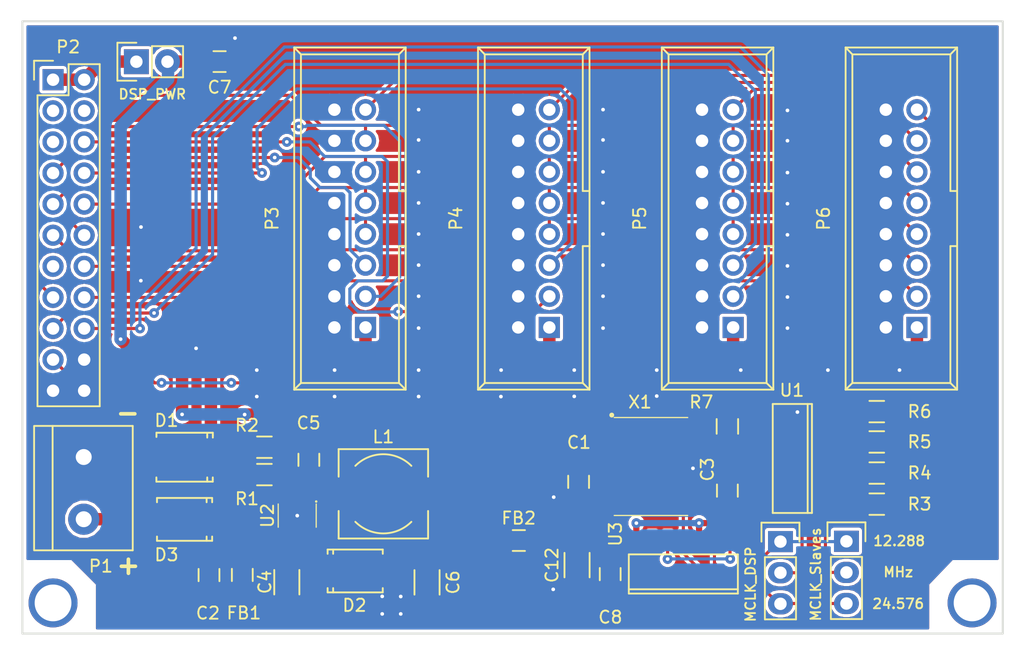
<source format=kicad_pcb>
(kicad_pcb (version 4) (host pcbnew 4.0.2-stable)
  (layers (0 F.Cu signal) (31 B.Cu signal) (34 B.Paste user) (35 F.Paste user) (36 B.SilkS user) (37 F.SilkS user) (38 B.Mask user) (39 F.Mask user) (44 Edge.Cuts user))
  (net 0 "")
  (net 1 GND)
  (net 2 VIN)
  (net 3 "Net-(C4-Pad2)")
  (net 4 "Net-(C5-Pad1)")
  (net 5 "Net-(C5-Pad2)")
  (net 6 +3V3)
  (net 7 "Net-(D3-Pad2)")
  (net 8 "Net-(JP1-Pad1)")
  (net 9 "Net-(P2-Pad3)")
  (net 10 LRCLKin)
  (net 11 BCLKin)
  (net 12 SDATAin1)
  (net 13 SDATAin0)
  (net 14 SDATAout1)
  (net 15 SDATAout0)
  (net 16 LRCLKout)
  (net 17 BCLKout)
  (net 18 SDA)
  (net 19 "Net-(P2-Pad13)")
  (net 20 SDATAout3)
  (net 21 SCL)
  (net 22 SDATAin3)
  (net 23 SDATAout2)
  (net 24 SDATAin2)
  (net 25 MCLK4)
  (net 26 MCLK0)
  (net 27 MCLK1)
  (net 28 MCLK2)
  (net 29 MCLK3)
  (net 30 "Net-(R1-Pad1)")
  (net 31 "Net-(R3-Pad2)")
  (net 32 "Net-(R4-Pad2)")
  (net 33 "Net-(R5-Pad2)")
  (net 34 "Net-(R6-Pad2)")
  (net 35 "Net-(R7-Pad2)")
  (net 36 "Net-(U1-Pad12)")
  (net 37 VCC)
  (net 38 12.288MHz)
  (net 39 "Net-(JP2-Pad2)")
  (net 40 25.576MHz)
  (net 41 "Net-(JP3-Pad2)")
  (net 42 "Net-(U3-Pad5)")
  (net 43 "Net-(U3-Pad6)")
  (net 44 "Net-(U3-Pad12)")
  (module fdsp_drillhole:Via_0.3mm_0.8mm (layer F.Cu) (at 102.5 97.5)
    (fp_text reference " " hide)
    (fp_text value " " hide)
    (pad 1 thru_hole circle (at 0 0) (size 4 4) (drill 3) (layers *.Cu))
  )
  (module fdsp_drillhole:Via_0.3mm_0.8mm (layer F.Cu) (at 177.5 97.5)
    (fp_text reference " " hide)
    (fp_text value " " hide)
    (pad 1 thru_hole circle (at 0 0) (size 4 4) (drill 3) (layers *.Cu))
  )
  (module fdsp_pinheader:Pin_Header_Straight_1x02 (layer F.Cu) (at 109.3 53.3 90)
    (fp_text reference JP1 hide)
    (fp_text value Jumper_NO_Small)
    (pad 1 thru_hole rect (at 0 0 90) (size 2.032 2.032) (drill 1.016) (layers *.Cu *.Mask) (net 8 "Net-(JP1-Pad1)"))
    (pad 2 thru_hole oval (at 0 2.54 90) (size 2.032 2.032) (drill 1.016) (layers *.Cu *.Mask) (net 6 +3V3))
  )
  (module fdsp_drillhole:Via_0.3mm_0.8mm (layer F.Cu) (at 109.6645 71.1835)
    (fp_text reference " " hide)
    (fp_text value " " hide)
    (pad 1 thru_hole circle (at 0 0) (size 0.8 0.8) (drill 0.3) (layers *.Cu *.Mask) (net 1 GND))
  )
  (module fdsp_drillhole:Via_0.3mm_0.8mm (layer F.Cu) (at 109.6772 66.802)
    (fp_text reference " " hide)
    (fp_text value " " hide)
    (pad 1 thru_hole circle (at 0 0) (size 0.8 0.8) (drill 0.3) (layers *.Cu *.Mask) (net 1 GND))
  )
  (module fdsp_drillhole:Via_0.3mm_0.8mm (layer F.Cu) (at 130.8735 98.3996)
    (fp_text reference " " hide)
    (fp_text value " " hide)
    (pad 1 thru_hole circle (at 0 0) (size 0.8 0.8) (drill 0.3) (layers *.Cu) (net 1 GND))
  )
  (module fdsp_drillhole:Via_0.3mm_0.8mm (layer F.Cu) (at 129.3622 98.3996)
    (fp_text reference " " hide)
    (fp_text value " " hide)
    (pad 1 thru_hole circle (at 0 0) (size 0.8 0.8) (drill 0.3) (layers *.Cu) (net 1 GND))
  )
  (module fdsp_capacitor:C_0805_HandSoldering (layer F.Cu) (at 140.5128 92.4052)
    (fp_text reference FB2 (at -0.0128 -1.8288) (layer F.SilkS))
    (fp_text value 330)
    (pad 1 smd rect (at -1.25 0) (size 1.5 1.25) (layers F.Cu F.Paste F.Mask) (net 6 +3V3))
    (pad 2 smd rect (at 1.25 0) (size 1.5 1.25) (layers F.Cu F.Paste F.Mask) (net 37 VCC))
  )
  (module fdsp_drillhole:Via_0.3mm_0.8mm (layer F.Cu) (at 162.433 75.057)
    (fp_text reference " " hide)
    (fp_text value " " hide)
    (pad 1 thru_hole circle (at 0 0) (size 0.8 0.8) (drill 0.3) (layers *.Cu) (net 1 GND))
  )
  (module fdsp_drillhole:Via_0.3mm_0.8mm (layer F.Cu) (at 147.3835 75.057)
    (fp_text reference " " hide)
    (fp_text value " " hide)
    (pad 1 thru_hole circle (at 0 0) (size 0.8 0.8) (drill 0.3) (layers *.Cu) (net 1 GND))
  )
  (module fdsp_drillhole:Via_0.3mm_0.8mm (layer F.Cu) (at 132.334 75.057)
    (fp_text reference " " hide)
    (fp_text value " " hide)
    (pad 1 thru_hole circle (at 0 0) (size 0.8 0.8) (drill 0.3) (layers *.Cu) (net 1 GND))
  )
  (module fdsp_drillhole:Via_0.3mm_0.8mm (layer F.Cu) (at 162.433 57.277)
    (fp_text reference " " hide)
    (fp_text value " " hide)
    (pad 1 thru_hole circle (at 0 0) (size 0.8 0.8) (drill 0.3) (layers *.Cu) (net 1 GND))
  )
  (module fdsp_drillhole:Via_0.3mm_0.8mm (layer F.Cu) (at 162.433 59.7535)
    (fp_text reference " " hide)
    (fp_text value " " hide)
    (pad 1 thru_hole circle (at 0 0) (size 0.8 0.8) (drill 0.3) (layers *.Cu) (net 1 GND))
  )
  (module fdsp_drillhole:Via_0.3mm_0.8mm (layer F.Cu) (at 162.433 62.357)
    (fp_text reference " " hide)
    (fp_text value " " hide)
    (pad 1 thru_hole circle (at 0 0) (size 0.8 0.8) (drill 0.3) (layers *.Cu) (net 1 GND))
  )
  (module fdsp_drillhole:Via_0.3mm_0.8mm (layer F.Cu) (at 162.433 64.897)
    (fp_text reference " " hide)
    (fp_text value " " hide)
    (pad 1 thru_hole circle (at 0 0) (size 0.8 0.8) (drill 0.3) (layers *.Cu) (net 1 GND))
  )
  (module fdsp_drillhole:Via_0.3mm_0.8mm (layer F.Cu) (at 162.433 67.437)
    (fp_text reference " " hide)
    (fp_text value " " hide)
    (pad 1 thru_hole circle (at 0 0) (size 0.8 0.8) (drill 0.3) (layers *.Cu) (net 1 GND))
  )
  (module fdsp_drillhole:Via_0.3mm_0.8mm (layer F.Cu) (at 162.433 69.977)
    (fp_text reference " " hide)
    (fp_text value " " hide)
    (pad 1 thru_hole circle (at 0 0) (size 0.8 0.8) (drill 0.3) (layers *.Cu) (net 1 GND))
  )
  (module fdsp_drillhole:Via_0.3mm_0.8mm (layer F.Cu) (at 162.433 72.517)
    (fp_text reference " " hide)
    (fp_text value " " hide)
    (pad 1 thru_hole circle (at 0 0) (size 0.8 0.8) (drill 0.3) (layers *.Cu) (net 1 GND))
  )
  (module fdsp_drillhole:Via_0.3mm_0.8mm (layer F.Cu) (at 147.3835 57.2135)
    (fp_text reference " " hide)
    (fp_text value " " hide)
    (pad 1 thru_hole circle (at 0 0) (size 0.8 0.8) (drill 0.3) (layers *.Cu) (net 1 GND))
  )
  (module fdsp_drillhole:Via_0.3mm_0.8mm (layer F.Cu) (at 147.3835 59.69)
    (fp_text reference " " hide)
    (fp_text value " " hide)
    (pad 1 thru_hole circle (at 0 0) (size 0.8 0.8) (drill 0.3) (layers *.Cu) (net 1 GND))
  )
  (module fdsp_drillhole:Via_0.3mm_0.8mm (layer F.Cu) (at 147.3835 62.2935)
    (fp_text reference " " hide)
    (fp_text value " " hide)
    (pad 1 thru_hole circle (at 0 0) (size 0.8 0.8) (drill 0.3) (layers *.Cu) (net 1 GND))
  )
  (module fdsp_drillhole:Via_0.3mm_0.8mm (layer F.Cu) (at 147.3835 64.8335)
    (fp_text reference " " hide)
    (fp_text value " " hide)
    (pad 1 thru_hole circle (at 0 0) (size 0.8 0.8) (drill 0.3) (layers *.Cu) (net 1 GND))
  )
  (module fdsp_drillhole:Via_0.3mm_0.8mm (layer F.Cu) (at 147.3835 67.3735)
    (fp_text reference " " hide)
    (fp_text value " " hide)
    (pad 1 thru_hole circle (at 0 0) (size 0.8 0.8) (drill 0.3) (layers *.Cu) (net 1 GND))
  )
  (module fdsp_drillhole:Via_0.3mm_0.8mm (layer F.Cu) (at 147.3835 69.9135)
    (fp_text reference " " hide)
    (fp_text value " " hide)
    (pad 1 thru_hole circle (at 0 0) (size 0.8 0.8) (drill 0.3) (layers *.Cu) (net 1 GND))
  )
  (module fdsp_drillhole:Via_0.3mm_0.8mm (layer F.Cu) (at 147.3835 72.4535)
    (fp_text reference " " hide)
    (fp_text value " " hide)
    (pad 1 thru_hole circle (at 0 0) (size 0.8 0.8) (drill 0.3) (layers *.Cu) (net 1 GND))
  )
  (module fdsp_drillhole:Via_0.3mm_0.8mm (layer F.Cu) (at 132.334 57.2135)
    (fp_text reference " " hide)
    (fp_text value " " hide)
    (pad 1 thru_hole circle (at 0 0) (size 0.8 0.8) (drill 0.3) (layers *.Cu) (net 1 GND))
  )
  (module fdsp_drillhole:Via_0.3mm_0.8mm (layer F.Cu) (at 132.334 59.69)
    (fp_text reference " " hide)
    (fp_text value " " hide)
    (pad 1 thru_hole circle (at 0 0) (size 0.8 0.8) (drill 0.3) (layers *.Cu) (net 1 GND))
  )
  (module fdsp_drillhole:Via_0.3mm_0.8mm (layer F.Cu) (at 132.334 62.2935)
    (fp_text reference " " hide)
    (fp_text value " " hide)
    (pad 1 thru_hole circle (at 0 0) (size 0.8 0.8) (drill 0.3) (layers *.Cu) (net 1 GND))
  )
  (module fdsp_drillhole:Via_0.3mm_0.8mm (layer F.Cu) (at 132.334 64.8335)
    (fp_text reference " " hide)
    (fp_text value " " hide)
    (pad 1 thru_hole circle (at 0 0) (size 0.8 0.8) (drill 0.3) (layers *.Cu) (net 1 GND))
  )
  (module fdsp_drillhole:Via_0.3mm_0.8mm (layer F.Cu) (at 132.334 67.3735)
    (fp_text reference " " hide)
    (fp_text value " " hide)
    (pad 1 thru_hole circle (at 0 0) (size 0.8 0.8) (drill 0.3) (layers *.Cu) (net 1 GND))
  )
  (module fdsp_drillhole:Via_0.3mm_0.8mm (layer F.Cu) (at 132.334 69.9135)
    (fp_text reference " " hide)
    (fp_text value " " hide)
    (pad 1 thru_hole circle (at 0 0) (size 0.8 0.8) (drill 0.3) (layers *.Cu) (net 1 GND))
  )
  (module fdsp_drillhole:Via_0.3mm_0.8mm (layer F.Cu) (at 132.334 72.4535)
    (fp_text reference " " hide)
    (fp_text value " " hide)
    (pad 1 thru_hole circle (at 0 0) (size 0.8 0.8) (drill 0.3) (layers *.Cu) (net 1 GND))
  )
  (module fdsp_drillhole:Via_0.3mm_0.8mm (layer F.Cu) (at 151.765 80.6069)
    (fp_text reference " " hide)
    (fp_text value " " hide)
    (pad 1 thru_hole circle (at 0 0) (size 0.8 0.8) (drill 0.3) (layers *.Cu) (net 1 GND))
  )
  (module fdsp_drillhole:Via_0.3mm_0.8mm (layer F.Cu) (at 154.72156 86.50732)
    (fp_text reference " " hide)
    (fp_text value " " hide)
    (pad 1 thru_hole circle (at 0 0) (size 0.8 0.8) (drill 0.3) (layers *.Cu) (net 1 GND))
  )
  (module fdsp_drillhole:Via_0.3mm_0.8mm (layer F.Cu) (at 117.348 51.3715)
    (fp_text reference " " hide)
    (fp_text value " " hide)
    (pad 1 thru_hole circle (at 0 0) (size 0.8 0.8) (drill 0.3) (layers *.Cu) (net 1 GND))
  )
  (module fdsp_drillhole:Via_0.3mm_0.8mm (layer F.Cu) (at 143.3576 88.8619)
    (fp_text reference " " hide)
    (fp_text value " " hide)
    (pad 1 thru_hole circle (at 0 0) (size 0.8 0.8) (drill 0.3) (layers *.Cu) (net 1 GND))
  )
  (module fdsp_drillhole:Via_0.3mm_0.8mm (layer F.Cu) (at 145.034 80.6323)
    (fp_text reference " " hide)
    (fp_text value " " hide)
    (pad 1 thru_hole circle (at 0 0) (size 0.8 0.8) (drill 0.3) (layers *.Cu) (net 1 GND))
  )
  (module fdsp_drillhole:Via_0.3mm_0.8mm (layer F.Cu) (at 143.31696 96.393)
    (fp_text reference " " hide)
    (fp_text value " " hide)
    (pad 1 thru_hole circle (at 0 0) (size 0.8 0.8) (drill 0.3) (layers *.Cu) (net 1 GND))
  )
  (module fdsp_drillhole:Via_0.3mm_0.8mm (layer F.Cu) (at 114.173 76.708)
    (fp_text reference " " hide)
    (fp_text value " " hide)
    (pad 1 thru_hole circle (at 0 0) (size 0.8 0.8) (drill 0.3) (layers *.Cu *.Mask) (net 1 GND))
  )
  (module fdsp_drillhole:Via_0.3mm_0.8mm (layer F.Cu) (at 130.8735 96.9772)
    (fp_text reference " " hide)
    (fp_text value " " hide)
    (pad 1 thru_hole circle (at 0 0) (size 0.8 0.8) (drill 0.3) (layers *.Cu) (net 1 GND))
  )
  (module fdsp_drillhole:Via_0.3mm_0.8mm (layer F.Cu) (at 129.3622 96.9645)
    (fp_text reference " " hide)
    (fp_text value " " hide)
    (pad 1 thru_hole circle (at 0 0) (size 0.8 0.8) (drill 0.3) (layers *.Cu) (net 1 GND))
  )
  (module fdsp_drillhole:Via_0.3mm_0.8mm (layer F.Cu) (at 122.428 90.3732)
    (fp_text reference " " hide)
    (fp_text value " " hide)
    (pad 1 thru_hole circle (at 0 0) (size 0.8 0.8) (drill 0.3) (layers *.Cu) (net 1 GND))
  )
  (module fdsp_drillhole:Via_0.3mm_0.8mm (layer F.Cu) (at 171.577 78.486)
    (fp_text reference " " hide)
    (fp_text value " " hide)
    (pad 1 thru_hole circle (at 0 0) (size 0.8 0.8) (drill 0.3) (layers *.Cu) (net 1 GND))
  )
  (module fdsp_drillhole:Via_0.3mm_0.8mm (layer F.Cu) (at 165.735 78.486)
    (fp_text reference " " hide)
    (fp_text value " " hide)
    (pad 1 thru_hole circle (at 0 0) (size 0.8 0.8) (drill 0.3) (layers *.Cu) (net 1 GND))
  )
  (module fdsp_drillhole:Via_0.3mm_0.8mm (layer F.Cu) (at 158.623 78.486)
    (fp_text reference " " hide)
    (fp_text value " " hide)
    (pad 1 thru_hole circle (at 0 0) (size 0.8 0.8) (drill 0.3) (layers *.Cu) (net 1 GND))
  )
  (module fdsp_drillhole:Via_0.3mm_0.8mm (layer F.Cu) (at 151.765 78.486)
    (fp_text reference " " hide)
    (fp_text value " " hide)
    (pad 1 thru_hole circle (at 0 0) (size 0.8 0.8) (drill 0.3) (layers *.Cu) (net 1 GND))
  )
  (module fdsp_drillhole:Via_0.3mm_0.8mm (layer F.Cu) (at 139.05 80.65)
    (fp_text reference " " hide)
    (fp_text value " " hide)
    (pad 1 thru_hole circle (at 0 0) (size 0.8 0.8) (drill 0.3) (layers *.Cu) (net 1 GND))
  )
  (module fdsp_drillhole:Via_0.3mm_0.8mm (layer F.Cu) (at 145.034 78.486)
    (fp_text reference " " hide)
    (fp_text value " " hide)
    (pad 1 thru_hole circle (at 0 0) (size 0.8 0.8) (drill 0.3) (layers *.Cu) (net 1 GND))
  )
  (module fdsp_drillhole:Via_0.3mm_0.8mm (layer F.Cu) (at 139.065 78.486)
    (fp_text reference " " hide)
    (fp_text value " " hide)
    (pad 1 thru_hole circle (at 0 0) (size 0.8 0.8) (drill 0.3) (layers *.Cu) (net 1 GND))
  )
  (module fdsp_drillhole:Via_0.3mm_0.8mm (layer F.Cu) (at 132.334 80.645)
    (fp_text reference " " hide)
    (fp_text value " " hide)
    (pad 1 thru_hole circle (at 0 0) (size 0.8 0.8) (drill 0.3) (layers *.Cu) (net 1 GND))
  )
  (module fdsp_drillhole:Via_0.3mm_0.8mm (layer F.Cu) (at 132.334 78.486 90)
    (fp_text reference " " hide)
    (fp_text value " " hide)
    (pad 1 thru_hole circle (at 0 0 90) (size 0.8 0.8) (drill 0.3) (layers *.Cu) (net 1 GND))
  )
  (module fdsp_drillhole:Via_0.3mm_0.8mm (layer F.Cu) (at 125.476 80.645)
    (fp_text reference " " hide)
    (fp_text value " " hide)
    (pad 1 thru_hole circle (at 0 0) (size 0.8 0.8) (drill 0.3) (layers *.Cu) (net 1 GND))
  )
  (module fdsp_drillhole:Via_0.3mm_0.8mm (layer F.Cu) (at 125.476 78.486)
    (fp_text reference " " hide)
    (fp_text value " " hide)
    (pad 1 thru_hole circle (at 0 0) (size 0.8 0.8) (drill 0.3) (layers *.Cu) (net 1 GND))
  )
  (module fdsp_drillhole:Via_0.3mm_0.8mm (layer F.Cu) (at 119.126 80.645)
    (fp_text reference " " hide)
    (fp_text value " " hide)
    (pad 1 thru_hole circle (at 0 0) (size 0.8 0.8) (drill 0.3) (layers *.Cu) (net 1 GND))
  )
  (module fdsp_drillhole:Via_0.3mm_0.8mm (layer F.Cu) (at 119.126 78.486)
    (fp_text reference " " hide)
    (fp_text value " " hide)
    (pad 1 thru_hole circle (at 0 0) (size 0.8 0.8) (drill 0.3) (layers *.Cu) (net 1 GND))
  )
  (module fdsp_connector:IDC_Header_Straight_16pins (layer F.Cu) (at 158 75 90)
    (fp_text reference P5 (at 8.89 -7.62 90) (layer F.SilkS))
    (fp_text value STDCONN)
    (pad 1 thru_hole rect (at 0 0 90) (size 1.7272 1.7272) (drill 1.016) (layers *.Cu *.Mask) (net 2 VIN))
    (pad 2 thru_hole oval (at 0 -2.54 90) (size 1.7272 1.7272) (drill 1.016) (layers *.Cu *.Mask) (net 1 GND))
    (pad 3 thru_hole oval (at 2.54 0 90) (size 1.7272 1.7272) (drill 1.016) (layers *.Cu *.Mask) (net 24 SDATAin2))
    (pad 4 thru_hole oval (at 2.54 -2.54 90) (size 1.7272 1.7272) (drill 1.016) (layers *.Cu *.Mask) (net 1 GND))
    (pad 5 thru_hole oval (at 5.08 0 90) (size 1.7272 1.7272) (drill 1.016) (layers *.Cu *.Mask) (net 23 SDATAout2))
    (pad 6 thru_hole oval (at 5.08 -2.54 90) (size 1.7272 1.7272) (drill 1.016) (layers *.Cu *.Mask) (net 1 GND))
    (pad 7 thru_hole oval (at 7.62 0 90) (size 1.7272 1.7272) (drill 1.016) (layers *.Cu *.Mask) (net 17 BCLKout))
    (pad 8 thru_hole oval (at 7.62 -2.54 90) (size 1.7272 1.7272) (drill 1.016) (layers *.Cu *.Mask) (net 1 GND))
    (pad 9 thru_hole oval (at 10.16 0 90) (size 1.7272 1.7272) (drill 1.016) (layers *.Cu *.Mask) (net 16 LRCLKout))
    (pad 10 thru_hole oval (at 10.16 -2.54 90) (size 1.7272 1.7272) (drill 1.016) (layers *.Cu *.Mask) (net 1 GND))
    (pad 11 thru_hole oval (at 12.7 0 90) (size 1.7272 1.7272) (drill 1.016) (layers *.Cu *.Mask) (net 18 SDA))
    (pad 12 thru_hole oval (at 12.7 -2.54 90) (size 1.7272 1.7272) (drill 1.016) (layers *.Cu *.Mask) (net 1 GND))
    (pad 13 thru_hole oval (at 15.24 0 90) (size 1.7272 1.7272) (drill 1.016) (layers *.Cu *.Mask) (net 21 SCL))
    (pad 14 thru_hole oval (at 15.24 -2.54 90) (size 1.7272 1.7272) (drill 1.016) (layers *.Cu *.Mask) (net 1 GND))
    (pad 15 thru_hole oval (at 17.78 0 90) (size 1.7272 1.7272) (drill 1.016) (layers *.Cu *.Mask) (net 28 MCLK2))
    (pad 16 thru_hole oval (at 17.78 -2.54 90) (size 1.7272 1.7272) (drill 1.016) (layers *.Cu *.Mask) (net 1 GND))
  )
  (module fdsp_housing:SO14_3.9x8.7mm_Pitch1.27mm (layer F.Cu) (at 162.83238 85.70288 180)
    (fp_text reference U1 (at 0.0387 5.56588 180) (layer F.SilkS))
    (fp_text value 74AC14)
    (pad 1 smd rect (at -2.7 -3.81 180) (size 1.5 0.6) (layers F.Cu F.Paste F.Mask) (net 39 "Net-(JP2-Pad2)"))
    (pad 2 smd rect (at -2.7 -2.54 180) (size 1.5 0.6) (layers F.Cu F.Paste F.Mask) (net 31 "Net-(R3-Pad2)"))
    (pad 3 smd rect (at -2.7 -1.27 180) (size 1.5 0.6) (layers F.Cu F.Paste F.Mask) (net 39 "Net-(JP2-Pad2)"))
    (pad 4 smd rect (at -2.7 0 180) (size 1.5 0.6) (layers F.Cu F.Paste F.Mask) (net 32 "Net-(R4-Pad2)"))
    (pad 5 smd rect (at -2.7 1.27 180) (size 1.5 0.6) (layers F.Cu F.Paste F.Mask) (net 39 "Net-(JP2-Pad2)"))
    (pad 6 smd rect (at -2.7 2.54 180) (size 1.5 0.6) (layers F.Cu F.Paste F.Mask) (net 33 "Net-(R5-Pad2)"))
    (pad 7 smd rect (at -2.7 3.81 180) (size 1.5 0.6) (layers F.Cu F.Paste F.Mask) (net 1 GND))
    (pad 8 smd rect (at 2.7 3.81 180) (size 1.5 0.6) (layers F.Cu F.Paste F.Mask) (net 34 "Net-(R6-Pad2)"))
    (pad 9 smd rect (at 2.7 2.54 180) (size 1.5 0.6) (layers F.Cu F.Paste F.Mask) (net 39 "Net-(JP2-Pad2)"))
    (pad 10 smd rect (at 2.7 1.27 180) (size 1.5 0.6) (layers F.Cu F.Paste F.Mask) (net 35 "Net-(R7-Pad2)"))
    (pad 11 smd rect (at 2.7 0 180) (size 1.5 0.6) (layers F.Cu F.Paste F.Mask) (net 41 "Net-(JP3-Pad2)"))
    (pad 12 smd rect (at 2.7 -1.27 180) (size 1.5 0.6) (layers F.Cu F.Paste F.Mask) (net 36 "Net-(U1-Pad12)"))
    (pad 13 smd rect (at 2.7 -2.54 180) (size 1.5 0.6) (layers F.Cu F.Paste F.Mask) (net 1 GND))
    (pad 14 smd rect (at 2.7 -3.81 180) (size 1.5 0.6) (layers F.Cu F.Paste F.Mask) (net 37 VCC))
  )
  (module fdsp_connector:IDC_Header_Straight_16pins (layer F.Cu) (at 128 75 90)
    (fp_text reference P3 (at 8.89 -7.62 90) (layer F.SilkS))
    (fp_text value STDCONN)
    (pad 1 thru_hole rect (at 0 0 90) (size 1.7272 1.7272) (drill 1.016) (layers *.Cu *.Mask) (net 2 VIN))
    (pad 2 thru_hole oval (at 0 -2.54 90) (size 1.7272 1.7272) (drill 1.016) (layers *.Cu *.Mask) (net 1 GND))
    (pad 3 thru_hole oval (at 2.54 0 90) (size 1.7272 1.7272) (drill 1.016) (layers *.Cu *.Mask) (net 13 SDATAin0))
    (pad 4 thru_hole oval (at 2.54 -2.54 90) (size 1.7272 1.7272) (drill 1.016) (layers *.Cu *.Mask) (net 1 GND))
    (pad 5 thru_hole oval (at 5.08 0 90) (size 1.7272 1.7272) (drill 1.016) (layers *.Cu *.Mask) (net 15 SDATAout0))
    (pad 6 thru_hole oval (at 5.08 -2.54 90) (size 1.7272 1.7272) (drill 1.016) (layers *.Cu *.Mask) (net 1 GND))
    (pad 7 thru_hole oval (at 7.62 0 90) (size 1.7272 1.7272) (drill 1.016) (layers *.Cu *.Mask) (net 17 BCLKout))
    (pad 8 thru_hole oval (at 7.62 -2.54 90) (size 1.7272 1.7272) (drill 1.016) (layers *.Cu *.Mask) (net 1 GND))
    (pad 9 thru_hole oval (at 10.16 0 90) (size 1.7272 1.7272) (drill 1.016) (layers *.Cu *.Mask) (net 16 LRCLKout))
    (pad 10 thru_hole oval (at 10.16 -2.54 90) (size 1.7272 1.7272) (drill 1.016) (layers *.Cu *.Mask) (net 1 GND))
    (pad 11 thru_hole oval (at 12.7 0 90) (size 1.7272 1.7272) (drill 1.016) (layers *.Cu *.Mask) (net 18 SDA))
    (pad 12 thru_hole oval (at 12.7 -2.54 90) (size 1.7272 1.7272) (drill 1.016) (layers *.Cu *.Mask) (net 1 GND))
    (pad 13 thru_hole oval (at 15.24 0 90) (size 1.7272 1.7272) (drill 1.016) (layers *.Cu *.Mask) (net 21 SCL))
    (pad 14 thru_hole oval (at 15.24 -2.54 90) (size 1.7272 1.7272) (drill 1.016) (layers *.Cu *.Mask) (net 1 GND))
    (pad 15 thru_hole oval (at 17.78 0 90) (size 1.7272 1.7272) (drill 1.016) (layers *.Cu *.Mask) (net 26 MCLK0))
    (pad 16 thru_hole oval (at 17.78 -2.54 90) (size 1.7272 1.7272) (drill 1.016) (layers *.Cu *.Mask) (net 1 GND))
  )
  (module fdsp_pinheader:Pin_Header_Straight_2x11 (layer F.Cu) (at 102.5 54.77)
    (fp_text reference P2 (at 1.2336 -2.6746) (layer F.SilkS))
    (fp_text value CONN_02X11)
    (pad 1 thru_hole rect (at 0 0) (size 1.7272 1.7272) (drill 1.016) (layers *.Cu *.Mask) (net 8 "Net-(JP1-Pad1)"))
    (pad 2 thru_hole oval (at 2.54 0) (size 1.7272 1.7272) (drill 1.016) (layers *.Cu *.Mask) (net 8 "Net-(JP1-Pad1)"))
    (pad 3 thru_hole oval (at 0 2.54) (size 1.7272 1.7272) (drill 1.016) (layers *.Cu *.Mask) (net 9 "Net-(P2-Pad3)"))
    (pad 4 thru_hole oval (at 2.54 2.54) (size 1.7272 1.7272) (drill 1.016) (layers *.Cu *.Mask) (net 10 LRCLKin))
    (pad 5 thru_hole oval (at 0 5.08) (size 1.7272 1.7272) (drill 1.016) (layers *.Cu *.Mask) (net 11 BCLKin))
    (pad 6 thru_hole oval (at 2.54 5.08) (size 1.7272 1.7272) (drill 1.016) (layers *.Cu *.Mask) (net 12 SDATAin1))
    (pad 7 thru_hole oval (at 0 7.62) (size 1.7272 1.7272) (drill 1.016) (layers *.Cu *.Mask) (net 13 SDATAin0))
    (pad 8 thru_hole oval (at 2.54 7.62) (size 1.7272 1.7272) (drill 1.016) (layers *.Cu *.Mask) (net 14 SDATAout1))
    (pad 9 thru_hole oval (at 0 10.16) (size 1.7272 1.7272) (drill 1.016) (layers *.Cu *.Mask) (net 15 SDATAout0))
    (pad 10 thru_hole oval (at 2.54 10.16) (size 1.7272 1.7272) (drill 1.016) (layers *.Cu *.Mask) (net 16 LRCLKout))
    (pad 11 thru_hole oval (at 0 12.7) (size 1.7272 1.7272) (drill 1.016) (layers *.Cu *.Mask) (net 17 BCLKout))
    (pad 12 thru_hole oval (at 2.54 12.7) (size 1.7272 1.7272) (drill 1.016) (layers *.Cu *.Mask) (net 18 SDA))
    (pad 13 thru_hole oval (at 0 15.24) (size 1.7272 1.7272) (drill 1.016) (layers *.Cu *.Mask) (net 19 "Net-(P2-Pad13)"))
    (pad 14 thru_hole oval (at 2.54 15.24) (size 1.7272 1.7272) (drill 1.016) (layers *.Cu *.Mask) (net 20 SDATAout3))
    (pad 15 thru_hole oval (at 0 17.78) (size 1.7272 1.7272) (drill 1.016) (layers *.Cu *.Mask) (net 21 SCL))
    (pad 16 thru_hole oval (at 2.54 17.78) (size 1.7272 1.7272) (drill 1.016) (layers *.Cu *.Mask) (net 22 SDATAin3))
    (pad 17 thru_hole oval (at 0 20.32) (size 1.7272 1.7272) (drill 1.016) (layers *.Cu *.Mask) (net 23 SDATAout2))
    (pad 18 thru_hole oval (at 2.54 20.32) (size 1.7272 1.7272) (drill 1.016) (layers *.Cu *.Mask) (net 24 SDATAin2))
    (pad 19 thru_hole oval (at 0 22.86) (size 1.7272 1.7272) (drill 1.016) (layers *.Cu *.Mask) (net 25 MCLK4))
    (pad 20 thru_hole oval (at 2.54 22.86) (size 1.7272 1.7272) (drill 1.016) (layers *.Cu *.Mask) (net 1 GND))
    (pad 21 thru_hole oval (at 0 25.4) (size 1.7272 1.7272) (drill 1.016) (layers *.Cu *.Mask) (net 1 GND))
    (pad 22 thru_hole oval (at 2.54 25.4) (size 1.7272 1.7272) (drill 1.016) (layers *.Cu *.Mask) (net 1 GND))
  )
  (module fdsp_inductor:Choke_SMD_7.3x7.3_HandSoldering (layer F.Cu) (at 129.45618 88.59012)
    (fp_text reference L1 (at 0 -4.65) (layer F.SilkS))
    (fp_text value 47u)
    (pad 1 smd rect (at -3.5 0) (size 2.3 2.2) (layers F.Cu F.Paste F.Mask) (net 4 "Net-(C5-Pad1)"))
    (pad 2 smd rect (at 3.6 0) (size 2.3 2.2) (layers F.Cu F.Paste F.Mask) (net 6 +3V3))
  )
  (module fdsp_connector:RIACON101-2 (layer F.Cu) (at 105.0036 88.1253 270)
    (fp_text reference P1 (at 6.3747 -1.3964 360) (layer F.SilkS))
    (fp_text value CONN_01X02)
    (pad 1 thru_hole rect (at -2.54 0 270) (size 2.54 2.54) (drill 1.3) (layers *.Cu *.Mask) (net 1 GND))
    (pad 2 thru_hole circle (at 2.54 0 270) (size 2.54 2.54) (drill 1.3) (layers *.Cu *.Mask) (net 7 "Net-(D3-Pad2)"))
  )
  (module fdsp_connector:IDC_Header_Straight_16pins (layer F.Cu) (at 143 75 90)
    (fp_text reference P4 (at 8.89 -7.62 90) (layer F.SilkS))
    (fp_text value STDCONN)
    (pad 1 thru_hole rect (at 0 0 90) (size 1.7272 1.7272) (drill 1.016) (layers *.Cu *.Mask) (net 2 VIN))
    (pad 2 thru_hole oval (at 0 -2.54 90) (size 1.7272 1.7272) (drill 1.016) (layers *.Cu *.Mask) (net 1 GND))
    (pad 3 thru_hole oval (at 2.54 0 90) (size 1.7272 1.7272) (drill 1.016) (layers *.Cu *.Mask) (net 12 SDATAin1))
    (pad 4 thru_hole oval (at 2.54 -2.54 90) (size 1.7272 1.7272) (drill 1.016) (layers *.Cu *.Mask) (net 1 GND))
    (pad 5 thru_hole oval (at 5.08 0 90) (size 1.7272 1.7272) (drill 1.016) (layers *.Cu *.Mask) (net 14 SDATAout1))
    (pad 6 thru_hole oval (at 5.08 -2.54 90) (size 1.7272 1.7272) (drill 1.016) (layers *.Cu *.Mask) (net 1 GND))
    (pad 7 thru_hole oval (at 7.62 0 90) (size 1.7272 1.7272) (drill 1.016) (layers *.Cu *.Mask) (net 17 BCLKout))
    (pad 8 thru_hole oval (at 7.62 -2.54 90) (size 1.7272 1.7272) (drill 1.016) (layers *.Cu *.Mask) (net 1 GND))
    (pad 9 thru_hole oval (at 10.16 0 90) (size 1.7272 1.7272) (drill 1.016) (layers *.Cu *.Mask) (net 16 LRCLKout))
    (pad 10 thru_hole oval (at 10.16 -2.54 90) (size 1.7272 1.7272) (drill 1.016) (layers *.Cu *.Mask) (net 1 GND))
    (pad 11 thru_hole oval (at 12.7 0 90) (size 1.7272 1.7272) (drill 1.016) (layers *.Cu *.Mask) (net 18 SDA))
    (pad 12 thru_hole oval (at 12.7 -2.54 90) (size 1.7272 1.7272) (drill 1.016) (layers *.Cu *.Mask) (net 1 GND))
    (pad 13 thru_hole oval (at 15.24 0 90) (size 1.7272 1.7272) (drill 1.016) (layers *.Cu *.Mask) (net 21 SCL))
    (pad 14 thru_hole oval (at 15.24 -2.54 90) (size 1.7272 1.7272) (drill 1.016) (layers *.Cu *.Mask) (net 1 GND))
    (pad 15 thru_hole oval (at 17.78 0 90) (size 1.7272 1.7272) (drill 1.016) (layers *.Cu *.Mask) (net 27 MCLK1))
    (pad 16 thru_hole oval (at 17.78 -2.54 90) (size 1.7272 1.7272) (drill 1.016) (layers *.Cu *.Mask) (net 1 GND))
  )
  (module fdsp_connector:IDC_Header_Straight_16pins (layer F.Cu) (at 173 75 90)
    (fp_text reference P6 (at 8.89 -7.62 90) (layer F.SilkS))
    (fp_text value STDCONN)
    (pad 1 thru_hole rect (at 0 0 90) (size 1.7272 1.7272) (drill 1.016) (layers *.Cu *.Mask) (net 2 VIN))
    (pad 2 thru_hole oval (at 0 -2.54 90) (size 1.7272 1.7272) (drill 1.016) (layers *.Cu *.Mask) (net 1 GND))
    (pad 3 thru_hole oval (at 2.54 0 90) (size 1.7272 1.7272) (drill 1.016) (layers *.Cu *.Mask) (net 22 SDATAin3))
    (pad 4 thru_hole oval (at 2.54 -2.54 90) (size 1.7272 1.7272) (drill 1.016) (layers *.Cu *.Mask) (net 1 GND))
    (pad 5 thru_hole oval (at 5.08 0 90) (size 1.7272 1.7272) (drill 1.016) (layers *.Cu *.Mask) (net 20 SDATAout3))
    (pad 6 thru_hole oval (at 5.08 -2.54 90) (size 1.7272 1.7272) (drill 1.016) (layers *.Cu *.Mask) (net 1 GND))
    (pad 7 thru_hole oval (at 7.62 0 90) (size 1.7272 1.7272) (drill 1.016) (layers *.Cu *.Mask) (net 17 BCLKout))
    (pad 8 thru_hole oval (at 7.62 -2.54 90) (size 1.7272 1.7272) (drill 1.016) (layers *.Cu *.Mask) (net 1 GND))
    (pad 9 thru_hole oval (at 10.16 0 90) (size 1.7272 1.7272) (drill 1.016) (layers *.Cu *.Mask) (net 16 LRCLKout))
    (pad 10 thru_hole oval (at 10.16 -2.54 90) (size 1.7272 1.7272) (drill 1.016) (layers *.Cu *.Mask) (net 1 GND))
    (pad 11 thru_hole oval (at 12.7 0 90) (size 1.7272 1.7272) (drill 1.016) (layers *.Cu *.Mask) (net 18 SDA))
    (pad 12 thru_hole oval (at 12.7 -2.54 90) (size 1.7272 1.7272) (drill 1.016) (layers *.Cu *.Mask) (net 1 GND))
    (pad 13 thru_hole oval (at 15.24 0 90) (size 1.7272 1.7272) (drill 1.016) (layers *.Cu *.Mask) (net 21 SCL))
    (pad 14 thru_hole oval (at 15.24 -2.54 90) (size 1.7272 1.7272) (drill 1.016) (layers *.Cu *.Mask) (net 1 GND))
    (pad 15 thru_hole oval (at 17.78 0 90) (size 1.7272 1.7272) (drill 1.016) (layers *.Cu *.Mask) (net 29 MCLK3))
    (pad 16 thru_hole oval (at 17.78 -2.54 90) (size 1.7272 1.7272) (drill 1.016) (layers *.Cu *.Mask) (net 1 GND))
  )
  (module fdsp_housing:SOT23-6_1.7x3.0mm_Pitch0.95mm (layer F.Cu) (at 122.42578 90.36866 270)
    (fp_text reference U2 (at 0 2.42348 270) (layer F.SilkS))
    (fp_text value LM284x)
    (pad 1 smd rect (at -1.35 -0.95 270) (size 1.1 0.6) (layers F.Cu F.Paste F.Mask) (net 5 "Net-(C5-Pad2)"))
    (pad 2 smd rect (at -1.35 0 270) (size 1.1 0.6) (layers F.Cu F.Paste F.Mask) (net 1 GND))
    (pad 3 smd rect (at -1.35 0.95 270) (size 1.1 0.6) (layers F.Cu F.Paste F.Mask) (net 30 "Net-(R1-Pad1)"))
    (pad 4 smd rect (at 1.35 0.95 270) (size 1.1 0.6) (layers F.Cu F.Paste F.Mask) (net 3 "Net-(C4-Pad2)"))
    (pad 5 smd rect (at 1.35 0 270) (size 1.1 0.6) (layers F.Cu F.Paste F.Mask) (net 3 "Net-(C4-Pad2)"))
    (pad 6 smd rect (at 1.35 -0.95 270) (size 1.1 0.6) (layers F.Cu F.Paste F.Mask) (net 4 "Net-(C5-Pad1)"))
  )
  (module fdsp_crystal-oscillator:XO91_HandSoldering (layer F.Cu) (at 151.2951 86.36 270)
    (fp_text reference X1 (at -5.26 0.8951 360) (layer F.SilkS))
    (fp_text value Crystal_Oszillator)
    (pad 4 smd rect (at -2.5 -2.5 270) (size 2 2.8) (layers F.Cu F.Paste F.Mask) (net 37 VCC))
    (pad 3 smd rect (at 2.5 -2.5 270) (size 2 2.8) (layers F.Cu F.Paste F.Mask) (net 40 25.576MHz))
    (pad 1 smd rect (at -2.5 2.5 270) (size 2 2.8) (layers F.Cu F.Paste F.Mask) (net 37 VCC))
    (pad 2 smd rect (at 2.5 2.5 270) (size 2 2.8) (layers F.Cu F.Paste F.Mask) (net 1 GND))
  )
  (module fdsp_diode:SMB (layer F.Cu) (at 113.2332 85.598 180)
    (fp_text reference D1 (at 1.4732 2.9972 180) (layer F.SilkS))
    (fp_text value "P6SMB 27V")
    (pad 1 smd rect (at -2.14884 0 180) (size 2.49936 2.30124) (layers F.Cu F.Paste F.Mask) (net 2 VIN))
    (pad 2 smd rect (at 2.14884 0 180) (size 2.49936 2.30124) (layers F.Cu F.Paste F.Mask) (net 1 GND))
  )
  (module fdsp_diode:SMA (layer F.Cu) (at 127.15748 94.88932)
    (fp_text reference D2 (at -0.05748 2.81068) (layer F.SilkS))
    (fp_text value B140)
    (pad 1 smd rect (at -1.99898 0) (size 2.49936 1.80086) (layers F.Cu F.Paste F.Mask) (net 4 "Net-(C5-Pad1)"))
    (pad 2 smd rect (at 1.99898 0) (size 2.49936 1.80086) (layers F.Cu F.Paste F.Mask) (net 1 GND))
  )
  (module fdsp_diode:SMA (layer F.Cu) (at 113.2332 90.678 180)
    (fp_text reference D3 (at 1.4732 -2.8956 180) (layer F.SilkS))
    (fp_text value B140)
    (pad 1 smd rect (at -1.99898 0 180) (size 2.49936 1.80086) (layers F.Cu F.Paste F.Mask) (net 2 VIN))
    (pad 2 smd rect (at 1.99898 0 180) (size 2.49936 1.80086) (layers F.Cu F.Paste F.Mask) (net 7 "Net-(D3-Pad2)"))
  )
  (module fdsp_drillhole:Via_0.3mm_0.8mm (layer F.Cu) (at 163.2458 81.915)
    (fp_text reference " " hide)
    (fp_text value " " hide)
    (pad 1 thru_hole circle (at 0 0) (size 0.8 0.8) (drill 0.3) (layers *.Cu) (net 1 GND))
  )
  (module fdsp_capacitor:C_0805_HandSoldering (layer F.Cu) (at 145.3896 87.6119 90)
    (fp_text reference C1 (at 3.21786 0.0254 360) (layer F.SilkS))
    (fp_text value 100n)
    (pad 1 smd rect (at -1.25 0 90) (size 1.5 1.25) (layers F.Cu F.Paste F.Mask) (net 1 GND))
    (pad 2 smd rect (at 1.25 0 90) (size 1.5 1.25) (layers F.Cu F.Paste F.Mask) (net 37 VCC))
  )
  (module fdsp_capacitor:C_0805_HandSoldering (layer F.Cu) (at 115.2271 95.2246 270)
    (fp_text reference C2 (at 3.1115 0.0889 360) (layer F.SilkS))
    (fp_text value 100n)
    (pad 1 smd rect (at -1.25 0 270) (size 1.5 1.25) (layers F.Cu F.Paste F.Mask) (net 2 VIN))
    (pad 2 smd rect (at 1.25 0 270) (size 1.5 1.25) (layers F.Cu F.Paste F.Mask) (net 1 GND))
  )
  (module fdsp_capacitor:C_0805_HandSoldering (layer F.Cu) (at 157.5308 88.3285 270)
    (fp_text reference C3 (at -1.7285 1.6308 270) (layer F.SilkS))
    (fp_text value 100n)
    (pad 1 smd rect (at -1.25 0 270) (size 1.5 1.25) (layers F.Cu F.Paste F.Mask) (net 1 GND))
    (pad 2 smd rect (at 1.25 0 270) (size 1.5 1.25) (layers F.Cu F.Paste F.Mask) (net 37 VCC))
  )
  (module fdsp_capacitor:C_1206_HandSoldering (layer F.Cu) (at 121.5771 95.8088 90)
    (fp_text reference C4 (at 0.0127 -1.7907 90) (layer F.SilkS))
    (fp_text value 4u7)
    (pad 1 smd rect (at -2 0 90) (size 2 1.6) (layers F.Cu F.Paste F.Mask) (net 1 GND))
    (pad 2 smd rect (at 2 0 90) (size 2 1.6) (layers F.Cu F.Paste F.Mask) (net 3 "Net-(C4-Pad2)"))
  )
  (module fdsp_capacitor:C_0805_HandSoldering (layer F.Cu) (at 123.37578 85.8139 270)
    (fp_text reference C5 (at -3.0099 0.02068 540) (layer F.SilkS))
    (fp_text value 100n)
    (pad 1 smd rect (at -1.25 0 270) (size 1.5 1.25) (layers F.Cu F.Paste F.Mask) (net 4 "Net-(C5-Pad1)"))
    (pad 2 smd rect (at 1.25 0 270) (size 1.5 1.25) (layers F.Cu F.Paste F.Mask) (net 5 "Net-(C5-Pad2)"))
  )
  (module fdsp_capacitor:C_1206_HandSoldering (layer F.Cu) (at 133.0198 95.8215 90)
    (fp_text reference C6 (at 0 2.1209 90) (layer F.SilkS))
    (fp_text value 22u)
    (pad 1 smd rect (at -2 0 90) (size 2 1.6) (layers F.Cu F.Paste F.Mask) (net 1 GND))
    (pad 2 smd rect (at 2 0 90) (size 2 1.6) (layers F.Cu F.Paste F.Mask) (net 6 +3V3))
  )
  (module fdsp_capacitor:C_0805_HandSoldering (layer F.Cu) (at 116.0907 53.2892 180)
    (fp_text reference C7 (at 0 -2.1 180) (layer F.SilkS))
    (fp_text value 100n)
    (pad 1 smd rect (at -1.25 0 180) (size 1.5 1.25) (layers F.Cu F.Paste F.Mask) (net 1 GND))
    (pad 2 smd rect (at 1.25 0 180) (size 1.5 1.25) (layers F.Cu F.Paste F.Mask) (net 6 +3V3))
  )
  (module fdsp_capacitor:C_1206_HandSoldering (layer F.Cu) (at 145.2626 94.4118 90)
    (fp_text reference C12 (at 0 -2.0447 90) (layer F.SilkS))
    (fp_text value 10u)
    (pad 1 smd rect (at -2 0 90) (size 2 1.6) (layers F.Cu F.Paste F.Mask) (net 1 GND))
    (pad 2 smd rect (at 2 0 90) (size 2 1.6) (layers F.Cu F.Paste F.Mask) (net 37 VCC))
  )
  (module fdsp_capacitor:C_0805_HandSoldering (layer F.Cu) (at 117.9449 95.2152 270)
    (fp_text reference FB1 (at 3.1082 -0.127 360) (layer F.SilkS))
    (fp_text value 330)
    (pad 1 smd rect (at -1.25 0 270) (size 1.5 1.25) (layers F.Cu F.Paste F.Mask) (net 2 VIN))
    (pad 2 smd rect (at 1.25 0 270) (size 1.5 1.25) (layers F.Cu F.Paste F.Mask) (net 3 "Net-(C4-Pad2)"))
  )
  (module fdsp_resistor:R_0805_HandSoldering (layer F.Cu) (at 119.7483 87.0204)
    (fp_text reference R1 (at -1.4224 1.9796) (layer F.SilkS))
    (fp_text value 1k)
    (pad 1 smd rect (at -1.35 0) (size 1.5 1.3) (layers F.Cu F.Paste F.Mask) (net 30 "Net-(R1-Pad1)"))
    (pad 2 smd rect (at 1.35 0) (size 1.5 1.3) (layers F.Cu F.Paste F.Mask) (net 1 GND))
  )
  (module fdsp_resistor:R_0805_HandSoldering (layer F.Cu) (at 119.7483 84.7852 180)
    (fp_text reference R2 (at 1.4224 1.7852 180) (layer F.SilkS))
    (fp_text value 3k3)
    (pad 1 smd rect (at -1.35 0 180) (size 1.5 1.3) (layers F.Cu F.Paste F.Mask) (net 6 +3V3))
    (pad 2 smd rect (at 1.35 0 180) (size 1.5 1.3) (layers F.Cu F.Paste F.Mask) (net 30 "Net-(R1-Pad1)"))
  )
  (module fdsp_resistor:R_0805_HandSoldering (layer F.Cu) (at 169.7228 89.4334 180)
    (fp_text reference R3 (at -3.4925 0 180) (layer F.SilkS))
    (fp_text value 33)
    (pad 1 smd rect (at -1.35 0 180) (size 1.5 1.3) (layers F.Cu F.Paste F.Mask) (net 26 MCLK0))
    (pad 2 smd rect (at 1.35 0 180) (size 1.5 1.3) (layers F.Cu F.Paste F.Mask) (net 31 "Net-(R3-Pad2)"))
  )
  (module fdsp_resistor:R_0805_HandSoldering (layer F.Cu) (at 169.7228 86.8934 180)
    (fp_text reference R4 (at -3.4925 0 180) (layer F.SilkS))
    (fp_text value 33)
    (pad 1 smd rect (at -1.35 0 180) (size 1.5 1.3) (layers F.Cu F.Paste F.Mask) (net 27 MCLK1))
    (pad 2 smd rect (at 1.35 0 180) (size 1.5 1.3) (layers F.Cu F.Paste F.Mask) (net 32 "Net-(R4-Pad2)"))
  )
  (module fdsp_resistor:R_0805_HandSoldering (layer F.Cu) (at 169.7228 84.3534 180)
    (fp_text reference R5 (at -3.4925 0 180) (layer F.SilkS))
    (fp_text value 33)
    (pad 1 smd rect (at -1.35 0 180) (size 1.5 1.3) (layers F.Cu F.Paste F.Mask) (net 28 MCLK2))
    (pad 2 smd rect (at 1.35 0 180) (size 1.5 1.3) (layers F.Cu F.Paste F.Mask) (net 33 "Net-(R5-Pad2)"))
  )
  (module fdsp_resistor:R_0805_HandSoldering (layer F.Cu) (at 169.7228 81.8769 180)
    (fp_text reference R6 (at -3.4925 0 180) (layer F.SilkS))
    (fp_text value 33)
    (pad 1 smd rect (at -1.35 0 180) (size 1.5 1.3) (layers F.Cu F.Paste F.Mask) (net 29 MCLK3))
    (pad 2 smd rect (at 1.35 0 180) (size 1.5 1.3) (layers F.Cu F.Paste F.Mask) (net 34 "Net-(R6-Pad2)"))
  )
  (module fdsp_resistor:R_0805_HandSoldering (layer F.Cu) (at 157.5308 83.0834 270)
    (fp_text reference R7 (at -1.9834 2.1308 360) (layer F.SilkS))
    (fp_text value 33)
    (pad 1 smd rect (at -1.35 0 270) (size 1.5 1.3) (layers F.Cu F.Paste F.Mask) (net 25 MCLK4))
    (pad 2 smd rect (at 1.35 0 270) (size 1.5 1.3) (layers F.Cu F.Paste F.Mask) (net 35 "Net-(R7-Pad2)"))
  )
  (module fdsp_pinheader:Pin_Header_Straight_1x03 (layer F.Cu) (at 167.2463 92.4687)
    (fp_text reference JP2 hide)
    (fp_text value JUMPER3)
    (pad 1 thru_hole rect (at 0 0) (size 2.032 1.7272) (drill 1.016) (layers *.Cu *.Mask) (net 38 12.288MHz))
    (pad 2 thru_hole oval (at 0 2.54) (size 2.032 1.7272) (drill 1.016) (layers *.Cu *.Mask) (net 39 "Net-(JP2-Pad2)"))
    (pad 3 thru_hole oval (at 0 5.08) (size 2.032 1.7272) (drill 1.016) (layers *.Cu *.Mask) (net 40 25.576MHz))
  )
  (module fdsp_pinheader:Pin_Header_Straight_1x03 (layer F.Cu) (at 161.8615 92.4941)
    (fp_text reference JP3 hide)
    (fp_text value JUMPER3)
    (pad 1 thru_hole rect (at 0 0) (size 2.032 1.7272) (drill 1.016) (layers *.Cu *.Mask) (net 38 12.288MHz))
    (pad 2 thru_hole oval (at 0 2.54) (size 2.032 1.7272) (drill 1.016) (layers *.Cu *.Mask) (net 41 "Net-(JP3-Pad2)"))
    (pad 3 thru_hole oval (at 0 5.08) (size 2.032 1.7272) (drill 1.016) (layers *.Cu *.Mask) (net 40 25.576MHz))
  )
  (module fdsp_capacitor:C_0805_HandSoldering (layer F.Cu) (at 147.9677 95.1484 90)
    (fp_text reference C8 (at -3.52044 0.0127 180) (layer F.SilkS))
    (fp_text value 100n)
    (pad 1 smd rect (at -1.25 0 90) (size 1.5 1.25) (layers F.Cu F.Paste F.Mask) (net 1 GND))
    (pad 2 smd rect (at 1.25 0 90) (size 1.5 1.25) (layers F.Cu F.Paste F.Mask) (net 37 VCC))
  )
  (module fdsp_housing:SO14_3.9x8.7mm_Pitch1.27mm (layer F.Cu) (at 153.9367 95.1357 90)
    (fp_text reference U3 (at 3.25374 -5.53974 270) (layer F.SilkS))
    (fp_text value 74AC74)
    (pad 1 smd rect (at -2.7 -3.81 90) (size 1.5 0.6) (layers F.Cu F.Paste F.Mask) (net 1 GND))
    (pad 2 smd rect (at -2.7 -2.54 90) (size 1.5 0.6) (layers F.Cu F.Paste F.Mask) (net 1 GND))
    (pad 3 smd rect (at -2.7 -1.27 90) (size 1.5 0.6) (layers F.Cu F.Paste F.Mask) (net 1 GND))
    (pad 4 smd rect (at -2.7 0 90) (size 1.5 0.6) (layers F.Cu F.Paste F.Mask) (net 1 GND))
    (pad 5 smd rect (at -2.7 1.27 90) (size 1.5 0.6) (layers F.Cu F.Paste F.Mask) (net 42 "Net-(U3-Pad5)"))
    (pad 6 smd rect (at -2.7 2.54 90) (size 1.5 0.6) (layers F.Cu F.Paste F.Mask) (net 43 "Net-(U3-Pad6)"))
    (pad 7 smd rect (at -2.7 3.81 90) (size 1.5 0.6) (layers F.Cu F.Paste F.Mask) (net 1 GND))
    (pad 8 smd rect (at 2.7 3.81 90) (size 1.5 0.6) (layers F.Cu F.Paste F.Mask) (net 44 "Net-(U3-Pad12)"))
    (pad 9 smd rect (at 2.7 2.54 90) (size 1.5 0.6) (layers F.Cu F.Paste F.Mask) (net 38 12.288MHz))
    (pad 10 smd rect (at 2.7 1.27 90) (size 1.5 0.6) (layers F.Cu F.Paste F.Mask) (net 37 VCC))
    (pad 11 smd rect (at 2.7 0 90) (size 1.5 0.6) (layers F.Cu F.Paste F.Mask) (net 40 25.576MHz))
    (pad 12 smd rect (at 2.7 -1.27 90) (size 1.5 0.6) (layers F.Cu F.Paste F.Mask) (net 44 "Net-(U3-Pad12)"))
    (pad 13 smd rect (at 2.7 -2.54 90) (size 1.5 0.6) (layers F.Cu F.Paste F.Mask) (net 37 VCC))
    (pad 14 smd rect (at 2.7 -3.81 90) (size 1.5 0.6) (layers F.Cu F.Paste F.Mask) (net 37 VCC))
  )
  (gr_text + (at 108.65 94.4) (layer F.SilkS) (effects (font (size 1.5 1.5) (thickness 0.3))))
  (gr_text - (at 108.6 81.95) (layer F.SilkS) (effects (font (size 1.5 1.5) (thickness 0.3))))
  (gr_text "DSP_PWR\n\n" (at 110.6 56.6) (layer F.SilkS) (effects (font (size 0.8 0.8))))
  (gr_text MHz (at 171.4754 94.9833) (layer F.SilkS) (effects (font (size 0.8 0.8))))
  (gr_text "24.576\n" (at 171.4754 97.5741) (layer F.SilkS) (effects (font (size 0.8 0.8))))
  (gr_text "12.288\n" (at 171.5516 92.4433) (layer F.SilkS) (effects (font (size 0.8 0.8))))
  (gr_text "MCLK_Slaves\n" (at 164.7444 95.1738 90) (layer F.SilkS) (effects (font (size 0.8 0.8))))
  (gr_text MCLK_DSP (at 159.4231 95.9866 90) (layer F.SilkS) (effects (font (size 0.8 0.8))))
  (gr_line (start 100 50) (end 100 100) (layer Edge.Cuts) (width 0.15))
  (gr_line (start 180 50) (end 100 50) (layer Edge.Cuts) (width 0.15))
  (gr_line (start 180 100) (end 180 50) (layer Edge.Cuts) (width 0.15))
  (gr_line (start 100 100) (end 180 100) (layer Edge.Cuts) (width 0.15))
  (segment (start 115.2271 93.9746) (end 117.9355 93.9746) (width 1.016) (layer F.Cu) (net 2))
  (segment (start 115.23218 90.678) (end 115.23218 85.74786) (width 1.016) (layer F.Cu) (net 2))
  (segment (start 115.23218 85.74786) (end 115.38204 85.598) (width 1.016) (layer F.Cu) (net 2))
  (segment (start 115.2271 93.9746) (end 115.2271 90.68308) (width 1.016) (layer F.Cu) (net 2))
  (segment (start 115.2271 90.68308) (end 115.23218 90.678) (width 1.016) (layer F.Cu) (net 2))
  (segment (start 115.38204 90.52814) (end 115.23218 90.678) (width 1.016) (layer F.Cu) (net 2))
  (segment (start 115.38204 78.31836) (end 116.6274 77.073) (width 1.016) (layer F.Cu) (net 2))
  (segment (start 116.6274 77.073) (end 118.882 77.073) (width 1.016) (layer F.Cu) (net 2))
  (segment (start 115.38204 85.598) (end 115.38204 78.31836) (width 1.016) (layer F.Cu) (net 2))
  (segment (start 120.269 77.073) (end 118.882 77.073) (width 1.016) (layer F.Cu) (net 2))
  (segment (start 128.016 77.073) (end 135.382 77.073) (width 1.016) (layer F.Cu) (net 2))
  (segment (start 128.016 77.073) (end 128 77.057) (width 1.016) (layer F.Cu) (net 2))
  (segment (start 120.269 77.073) (end 128.016 77.073) (width 1.016) (layer F.Cu) (net 2))
  (segment (start 128 77.057) (end 128 75) (width 1.016) (layer F.Cu) (net 2))
  (segment (start 136.769 77.073) (end 143.002 77.073) (width 1.016) (layer F.Cu) (net 2))
  (segment (start 143.002 77.073) (end 150.368 77.073) (width 1.016) (layer F.Cu) (net 2))
  (segment (start 143 75) (end 143 76.6256) (width 1.016) (layer F.Cu) (net 2))
  (segment (start 143 76.6256) (end 143.002 76.6276) (width 1.016) (layer F.Cu) (net 2))
  (segment (start 143.002 76.6276) (end 143.002 77.073) (width 1.016) (layer F.Cu) (net 2))
  (segment (start 135.382 77.073) (end 136.769 77.073) (width 1.016) (layer F.Cu) (net 2))
  (segment (start 150.368 77.073) (end 158.0007 77.073) (width 1.016) (layer F.Cu) (net 2))
  (segment (start 158 76.6256) (end 158.0007 76.6263) (width 1.016) (layer F.Cu) (net 2))
  (segment (start 158.0007 77.073) (end 165.338 77.073) (width 1.016) (layer F.Cu) (net 2))
  (segment (start 158 75) (end 158 76.6256) (width 1.016) (layer F.Cu) (net 2))
  (segment (start 158.0007 76.6263) (end 158.0007 77.073) (width 1.016) (layer F.Cu) (net 2))
  (segment (start 165.338 77.073) (end 165.354 77.057) (width 1.016) (layer F.Cu) (net 2))
  (segment (start 165.354 77.057) (end 172.5686 77.057) (width 1.016) (layer F.Cu) (net 2))
  (segment (start 172.5686 77.057) (end 173 76.6256) (width 1.016) (layer F.Cu) (net 2))
  (segment (start 173 76.6256) (end 173 75) (width 1.016) (layer F.Cu) (net 2))
  (segment (start 117.9449 96.4652) (end 118.9207 96.4652) (width 1.016) (layer F.Cu) (net 3))
  (segment (start 118.9207 96.4652) (end 119.4287 95.9572) (width 1.016) (layer F.Cu) (net 3))
  (segment (start 119.4287 95.9572) (end 121.5771 93.8088) (width 1.016) (layer F.Cu) (net 3))
  (segment (start 123.37578 86.86866) (end 123.37578 89.01866) (width 0.254) (layer F.Cu) (net 5))
  (segment (start 136.29894 92.60078) (end 136.49452 92.4052) (width 1.016) (layer F.Cu) (net 6))
  (segment (start 136.49452 92.4052) (end 139.2628 92.4052) (width 1.016) (layer F.Cu) (net 6))
  (segment (start 136.29894 89.6112) (end 136.29894 87.122) (width 1.016) (layer F.Cu) (net 6))
  (segment (start 136.29894 92.60078) (end 136.29894 89.6112) (width 1.016) (layer F.Cu) (net 6))
  (segment (start 136.29894 87.122) (end 136.30974 87.1112) (width 1.016) (layer F.Cu) (net 6))
  (segment (start 136.29894 87.122) (end 136.29894 83.21294) (width 1.016) (layer F.Cu) (net 6))
  (segment (start 133.02488 93.66872) (end 135.231 93.66872) (width 1.016) (layer F.Cu) (net 6))
  (segment (start 135.231 93.66872) (end 136.29894 92.60078) (width 1.016) (layer F.Cu) (net 6))
  (segment (start 136.29894 83.21294) (end 135.2042 82.1182) (width 1.016) (layer F.Cu) (net 6))
  (segment (start 135.2042 82.1182) (end 134.1247 82.1182) (width 1.016) (layer F.Cu) (net 6))
  (segment (start 134.1247 82.1182) (end 118.1354 82.1182) (width 1.016) (layer F.Cu) (net 6))
  (segment (start 134.79018 93.21292) (end 134.79018 83.6676) (width 0.254) (layer F.Cu) (net 6))
  (segment (start 121.0983 84.7852) (end 121.0983 83.6765) (width 0.254) (layer F.Cu) (net 6))
  (segment (start 121.0983 83.6765) (end 121.5771 83.1977) (width 0.254) (layer F.Cu) (net 6))
  (segment (start 121.5771 83.1977) (end 134.32028 83.1977) (width 0.254) (layer F.Cu) (net 6))
  (segment (start 134.32028 83.1977) (end 134.79018 83.6676) (width 0.254) (layer F.Cu) (net 6))
  (segment (start 133.02488 93.66872) (end 134.33438 93.66872) (width 0.254) (layer F.Cu) (net 6))
  (segment (start 134.33438 93.66872) (end 134.79018 93.21292) (width 0.254) (layer F.Cu) (net 6))
  (segment (start 111.88446 53.29174) (end 111.88446 54.72858) (width 1.016) (layer B.Cu) (net 6))
  (segment (start 111.88446 54.72858) (end 108.0135 58.59954) (width 1.016) (layer B.Cu) (net 6))
  (segment (start 108.0135 58.59954) (end 108.0135 75.96124) (width 1.016) (layer B.Cu) (net 6))
  (segment (start 113.03 82.1055) (end 113.03 78.47584) (width 1.016) (layer F.Cu) (net 6))
  (segment (start 113.03 78.47584) (end 111.6965 77.14234) (width 1.016) (layer F.Cu) (net 6))
  (segment (start 111.6965 77.14234) (end 109.1946 77.14234) (width 1.016) (layer F.Cu) (net 6))
  (segment (start 109.1946 77.14234) (end 108.0135 75.96124) (width 1.016) (layer F.Cu) (net 6))
  (segment (start 111.88446 53.29174) (end 114.82146 53.29174) (width 1.016) (layer F.Cu) (net 6))
  (segment (start 114.82146 53.29174) (end 114.824 53.2892) (width 1.016) (layer F.Cu) (net 6))
  (segment (start 113.03 82.1055) (end 118.1227 82.1055) (width 1.016) (layer B.Cu) (net 6))
  (segment (start 118.1227 82.1055) (end 118.1354 82.1182) (width 1.016) (layer B.Cu) (net 6))
  (via (at 118.1354 82.1182) (size 0.8) (drill 0.3) (layers F.Cu B.Cu) (net 6))
  (via (at 113.03 82.1055) (size 0.8) (drill 0.3) (layers F.Cu B.Cu) (net 6))
  (via (at 108.0135 75.96124) (size 0.8) (drill 0.3) (layers F.Cu B.Cu) (net 6))
  (segment (start 133.02578 93.66782) (end 133.02488 93.66872) (width 1.016) (layer F.Cu) (net 6))
  (segment (start 105.0036 90.6653) (end 111.22152 90.6653) (width 1.016) (layer F.Cu) (net 7))
  (segment (start 111.22152 90.6653) (end 111.23422 90.678) (width 1.016) (layer F.Cu) (net 7))
  (segment (start 109.34446 53.29174) (end 106.51826 53.29174) (width 1.016) (layer F.Cu) (net 8))
  (segment (start 106.51826 53.29174) (end 105.04 54.77) (width 1.016) (layer F.Cu) (net 8))
  (segment (start 102.5 54.77) (end 105.04 54.77) (width 1.016) (layer F.Cu) (net 8))
  (segment (start 121.5771 59.85) (end 123.477 59.85) (width 0.254) (layer B.Cu) (net 12))
  (segment (start 120 59.85) (end 121.5771 59.85) (width 0.254) (layer F.Cu) (net 12))
  (segment (start 130.6576 73.7108) (end 141.7492 73.7108) (width 0.254) (layer F.Cu) (net 12))
  (segment (start 141.7492 73.7108) (end 143 72.46) (width 0.254) (layer F.Cu) (net 12))
  (segment (start 127.4318 73.7362) (end 130.6322 73.7362) (width 0.254) (layer B.Cu) (net 12))
  (segment (start 130.6322 73.7362) (end 130.6576 73.7108) (width 0.254) (layer B.Cu) (net 12))
  (via (at 130.6576 73.7108) (size 0.8) (drill 0.3) (layers F.Cu B.Cu) (net 12))
  (segment (start 123.477 59.85) (end 124.6632 61.0362) (width 0.254) (layer B.Cu) (net 12))
  (segment (start 124.6632 61.0362) (end 129.3622 61.0362) (width 0.254) (layer B.Cu) (net 12))
  (segment (start 129.3622 61.0362) (end 129.794 61.468) (width 0.254) (layer B.Cu) (net 12))
  (segment (start 129.794 61.468) (end 129.794 70.8152) (width 0.254) (layer B.Cu) (net 12))
  (segment (start 129.794 70.8152) (end 129.413 71.1962) (width 0.254) (layer B.Cu) (net 12))
  (segment (start 129.413 71.1962) (end 127.381 71.1962) (width 0.254) (layer B.Cu) (net 12))
  (segment (start 127.381 71.1962) (end 126.7206 71.8566) (width 0.254) (layer B.Cu) (net 12))
  (segment (start 126.7206 71.8566) (end 126.7206 73.025) (width 0.254) (layer B.Cu) (net 12))
  (segment (start 126.7206 73.025) (end 127.4318 73.7362) (width 0.254) (layer B.Cu) (net 12))
  (via (at 121.5771 59.85) (size 0.8) (drill 0.3) (layers F.Cu B.Cu) (net 12))
  (segment (start 105.04 59.85) (end 120 59.85) (width 0.254) (layer F.Cu) (net 12))
  (segment (start 122.555 58.5978) (end 123.120685 58.5978) (width 0.254) (layer B.Cu) (net 13))
  (segment (start 123.120685 58.5978) (end 123.222285 58.4962) (width 0.254) (layer B.Cu) (net 13))
  (segment (start 123.222285 58.4962) (end 129.5146 58.4962) (width 0.254) (layer B.Cu) (net 13))
  (segment (start 129.5146 58.4962) (end 130.7846 59.7662) (width 0.254) (layer B.Cu) (net 13))
  (segment (start 130.7846 59.7662) (end 130.7846 69.5452) (width 0.254) (layer B.Cu) (net 13))
  (segment (start 102.5 62.39) (end 103.7717 61.1183) (width 0.254) (layer F.Cu) (net 13))
  (segment (start 103.7717 61.1183) (end 103.7717 59.2201) (width 0.254) (layer F.Cu) (net 13))
  (segment (start 103.7717 59.2201) (end 104.394 58.5978) (width 0.254) (layer F.Cu) (net 13))
  (segment (start 104.394 58.5978) (end 120 58.5978) (width 0.254) (layer F.Cu) (net 13))
  (segment (start 120 58.5978) (end 122.555 58.5978) (width 0.254) (layer F.Cu) (net 13))
  (via (at 122.555 58.5978) (size 0.8) (drill 0.3) (layers F.Cu B.Cu) (net 13))
  (segment (start 130.7846 69.5452) (end 130.7846 69.6754) (width 0.254) (layer B.Cu) (net 13))
  (segment (start 128 72.46) (end 129.221314 72.46) (width 0.254) (layer B.Cu) (net 13))
  (segment (start 129.221314 72.46) (end 130.7846 70.896714) (width 0.254) (layer B.Cu) (net 13))
  (segment (start 130.7846 70.896714) (end 130.7846 69.5452) (width 0.254) (layer B.Cu) (net 13))
  (segment (start 143 69.92) (end 143.863599 69.056401) (width 0.254) (layer B.Cu) (net 14))
  (segment (start 143.863599 69.056401) (end 143.871799 69.056401) (width 0.254) (layer B.Cu) (net 14))
  (segment (start 143.871799 69.056401) (end 144.8562 68.072) (width 0.254) (layer B.Cu) (net 14))
  (segment (start 144.8562 68.072) (end 144.8562 56.4896) (width 0.254) (layer B.Cu) (net 14))
  (segment (start 144.8562 56.4896) (end 143.891 55.5244) (width 0.254) (layer B.Cu) (net 14))
  (segment (start 143.891 55.5244) (end 122.3899 55.5244) (width 0.254) (layer B.Cu) (net 14))
  (segment (start 122.3899 55.5244) (end 119.150181 58.764119) (width 0.254) (layer B.Cu) (net 14))
  (segment (start 119.150181 58.764119) (end 119.150181 61.982401) (width 0.254) (layer B.Cu) (net 14))
  (segment (start 119.150181 61.982401) (end 119.55018 62.3824) (width 0.254) (layer B.Cu) (net 14))
  (segment (start 105.04 62.39) (end 119.54258 62.39) (width 0.254) (layer F.Cu) (net 14))
  (segment (start 119.54258 62.39) (end 119.55018 62.3824) (width 0.254) (layer F.Cu) (net 14))
  (via (at 119.55018 62.3824) (size 0.8) (drill 0.3) (layers F.Cu B.Cu) (net 14))
  (segment (start 122.5169 61.1251) (end 120.5865 61.1251) (width 0.254) (layer B.Cu) (net 15))
  (segment (start 102.5 64.93) (end 103.7717 63.6583) (width 0.254) (layer F.Cu) (net 15))
  (segment (start 103.7717 63.6583) (end 103.7717 61.89621) (width 0.254) (layer F.Cu) (net 15))
  (segment (start 103.7717 61.89621) (end 104.54281 61.1251) (width 0.254) (layer F.Cu) (net 15))
  (segment (start 104.54281 61.1251) (end 118.6815 61.1251) (width 0.254) (layer F.Cu) (net 15))
  (segment (start 118.6815 61.1251) (end 120.5865 61.1251) (width 0.254) (layer F.Cu) (net 15))
  (via (at 120.5865 61.1251) (size 0.8) (drill 0.3) (layers F.Cu B.Cu) (net 15))
  (segment (start 124.2822 63.5762) (end 123.4948 62.7888) (width 0.254) (layer B.Cu) (net 15))
  (segment (start 123.4948 62.7888) (end 123.4948 62.103) (width 0.254) (layer B.Cu) (net 15))
  (segment (start 126.3142 63.5762) (end 124.2822 63.5762) (width 0.254) (layer B.Cu) (net 15))
  (segment (start 126.7362 63.9982) (end 126.3142 63.5762) (width 0.254) (layer B.Cu) (net 15))
  (segment (start 126.7362 68.6562) (end 126.7362 63.9982) (width 0.254) (layer B.Cu) (net 15))
  (segment (start 123.4948 62.103) (end 122.5169 61.1251) (width 0.254) (layer B.Cu) (net 15))
  (segment (start 128 69.92) (end 126.7362 68.6562) (width 0.254) (layer B.Cu) (net 15))
  (segment (start 128.0414 63.577286) (end 124.230314 63.577286) (width 0.254) (layer F.Cu) (net 16))
  (segment (start 124.230314 63.577286) (end 122.8776 64.93) (width 0.254) (layer F.Cu) (net 16))
  (segment (start 122.8776 64.93) (end 106.261314 64.93) (width 0.254) (layer F.Cu) (net 16))
  (segment (start 106.261314 64.93) (end 105.04 64.93) (width 0.254) (layer F.Cu) (net 16))
  (segment (start 159.2638 63.5762) (end 157.9626 63.5762) (width 0.254) (layer F.Cu) (net 16))
  (segment (start 157.9626 63.5762) (end 143.002 63.5762) (width 0.254) (layer F.Cu) (net 16))
  (segment (start 158 64.84) (end 158 63.6136) (width 0.254) (layer F.Cu) (net 16))
  (segment (start 158 63.6136) (end 157.9626 63.5762) (width 0.254) (layer F.Cu) (net 16))
  (segment (start 143.002 63.5762) (end 128.0414 63.5762) (width 0.254) (layer F.Cu) (net 16))
  (segment (start 143 64.84) (end 143 63.618686) (width 0.254) (layer F.Cu) (net 16))
  (segment (start 143 63.618686) (end 143.002 63.616686) (width 0.254) (layer F.Cu) (net 16))
  (segment (start 143.002 63.616686) (end 143.002 63.5762) (width 0.254) (layer F.Cu) (net 16))
  (segment (start 128 64.84) (end 128 63.618686) (width 0.254) (layer F.Cu) (net 16))
  (segment (start 128 63.618686) (end 128.0414 63.577286) (width 0.254) (layer F.Cu) (net 16))
  (segment (start 128.0414 63.577286) (end 128.0414 63.5762) (width 0.254) (layer F.Cu) (net 16))
  (segment (start 171.7362 63.5762) (end 159.2638 63.5762) (width 0.254) (layer F.Cu) (net 16))
  (segment (start 173 64.84) (end 171.7362 63.5762) (width 0.254) (layer F.Cu) (net 16))
  (segment (start 102.5 67.47) (end 103.7751 68.7451) (width 0.254) (layer F.Cu) (net 17))
  (segment (start 103.7751 68.7451) (end 121.5771 68.7451) (width 0.254) (layer F.Cu) (net 17))
  (segment (start 121.5771 68.7451) (end 124.206 66.1162) (width 0.254) (layer F.Cu) (net 17))
  (segment (start 124.206 66.1162) (end 127.5842 66.1162) (width 0.254) (layer F.Cu) (net 17))
  (segment (start 127.5842 66.1162) (end 127.9906 66.1162) (width 0.254) (layer F.Cu) (net 17))
  (segment (start 159.2638 66.1162) (end 157.9626 66.1162) (width 0.254) (layer F.Cu) (net 17))
  (segment (start 157.9626 66.1162) (end 143.002 66.1162) (width 0.254) (layer F.Cu) (net 17))
  (segment (start 158 67.38) (end 158 66.158686) (width 0.254) (layer F.Cu) (net 17))
  (segment (start 158 66.158686) (end 157.9626 66.121286) (width 0.254) (layer F.Cu) (net 17))
  (segment (start 157.9626 66.121286) (end 157.9626 66.1162) (width 0.254) (layer F.Cu) (net 17))
  (segment (start 143.002 66.1162) (end 127.9906 66.1162) (width 0.254) (layer F.Cu) (net 17))
  (segment (start 143 67.38) (end 143 66.158686) (width 0.254) (layer F.Cu) (net 17))
  (segment (start 143 66.158686) (end 143.002 66.156686) (width 0.254) (layer F.Cu) (net 17))
  (segment (start 143.002 66.156686) (end 143.002 66.1162) (width 0.254) (layer F.Cu) (net 17))
  (segment (start 128 67.38) (end 128 66.158686) (width 0.254) (layer F.Cu) (net 17))
  (segment (start 128 66.158686) (end 127.9906 66.149286) (width 0.254) (layer F.Cu) (net 17))
  (segment (start 127.9906 66.149286) (end 127.9906 66.1162) (width 0.254) (layer F.Cu) (net 17))
  (segment (start 171.7362 66.1162) (end 159.2638 66.1162) (width 0.254) (layer F.Cu) (net 17))
  (segment (start 173 67.38) (end 171.7362 66.1162) (width 0.254) (layer F.Cu) (net 17))
  (segment (start 127.957514 61.0362) (end 124.6886 61.0362) (width 0.254) (layer F.Cu) (net 18))
  (segment (start 122.0597 63.6651) (end 124.6886 61.0362) (width 0.254) (layer F.Cu) (net 18))
  (segment (start 105.04 67.47) (end 103.7717 66.2017) (width 0.254) (layer F.Cu) (net 18))
  (segment (start 103.7717 66.2017) (end 103.7717 64.43621) (width 0.254) (layer F.Cu) (net 18))
  (segment (start 103.7717 64.43621) (end 104.54281 63.6651) (width 0.254) (layer F.Cu) (net 18))
  (segment (start 104.54281 63.6651) (end 122.0597 63.6651) (width 0.254) (layer F.Cu) (net 18))
  (segment (start 159.2638 61.0362) (end 158.0134 61.0362) (width 0.254) (layer F.Cu) (net 18))
  (segment (start 158.0134 61.0362) (end 154.0764 61.0362) (width 0.254) (layer F.Cu) (net 18))
  (segment (start 158 62.3) (end 158 61.078686) (width 0.254) (layer F.Cu) (net 18))
  (segment (start 158 61.078686) (end 158.0134 61.065286) (width 0.254) (layer F.Cu) (net 18))
  (segment (start 158.0134 61.065286) (end 158.0134 61.0362) (width 0.254) (layer F.Cu) (net 18))
  (segment (start 154.0764 61.0362) (end 143.002 61.0362) (width 0.254) (layer F.Cu) (net 18))
  (segment (start 143.002 61.0362) (end 127.9398 61.0362) (width 0.254) (layer F.Cu) (net 18))
  (segment (start 143 62.3) (end 143 61.078686) (width 0.254) (layer F.Cu) (net 18))
  (segment (start 143 61.078686) (end 143.002 61.076686) (width 0.254) (layer F.Cu) (net 18))
  (segment (start 143.002 61.076686) (end 143.002 61.0362) (width 0.254) (layer F.Cu) (net 18))
  (segment (start 128 62.3) (end 128 61.078686) (width 0.254) (layer F.Cu) (net 18))
  (segment (start 128 61.078686) (end 127.957514 61.0362) (width 0.254) (layer F.Cu) (net 18))
  (segment (start 127.957514 61.0362) (end 127.9398 61.0362) (width 0.254) (layer F.Cu) (net 18))
  (segment (start 173 62.3) (end 171.7362 61.0362) (width 0.254) (layer F.Cu) (net 18))
  (segment (start 171.7362 61.0362) (end 159.2638 61.0362) (width 0.254) (layer F.Cu) (net 18))
  (segment (start 105.04 70.01) (end 122.4712 70.01) (width 0.254) (layer F.Cu) (net 20))
  (segment (start 122.4712 70.01) (end 123.825 68.6562) (width 0.254) (layer F.Cu) (net 20))
  (segment (start 123.825 68.6562) (end 171.7362 68.6562) (width 0.254) (layer F.Cu) (net 20))
  (segment (start 171.7362 68.6562) (end 173 69.92) (width 0.254) (layer F.Cu) (net 20))
  (segment (start 142.9512 58.4962) (end 128.00076 58.4962) (width 0.254) (layer F.Cu) (net 21))
  (segment (start 128 59.76) (end 128 58.538686) (width 0.254) (layer F.Cu) (net 21))
  (segment (start 128.00076 58.4962) (end 124.3584 58.4962) (width 0.254) (layer F.Cu) (net 21))
  (segment (start 128 58.538686) (end 128.00076 58.537926) (width 0.254) (layer F.Cu) (net 21))
  (segment (start 128.00076 58.537926) (end 128.00076 58.4962) (width 0.254) (layer F.Cu) (net 21))
  (segment (start 124.3584 58.4962) (end 121.9073 56.0451) (width 0.254) (layer F.Cu) (net 21))
  (segment (start 121.9073 56.0451) (end 102.00281 56.0451) (width 0.254) (layer F.Cu) (net 21))
  (segment (start 102.00281 56.0451) (end 100.9904 57.05751) (width 0.254) (layer F.Cu) (net 21))
  (segment (start 100.9904 57.05751) (end 100.9904 71.0438) (width 0.254) (layer F.Cu) (net 21))
  (segment (start 100.9904 71.0438) (end 101.633001 71.686401) (width 0.254) (layer F.Cu) (net 21))
  (segment (start 101.633001 71.686401) (end 101.636401 71.686401) (width 0.254) (layer F.Cu) (net 21))
  (segment (start 101.636401 71.686401) (end 102.5 72.55) (width 0.254) (layer F.Cu) (net 21))
  (segment (start 159.2638 58.4962) (end 158.0388 58.4962) (width 0.254) (layer F.Cu) (net 21))
  (segment (start 158.0388 58.4962) (end 142.9512 58.4962) (width 0.254) (layer F.Cu) (net 21))
  (segment (start 158 59.76) (end 158 58.538686) (width 0.254) (layer F.Cu) (net 21))
  (segment (start 158 58.538686) (end 158.0388 58.499886) (width 0.254) (layer F.Cu) (net 21))
  (segment (start 158.0388 58.499886) (end 158.0388 58.4962) (width 0.254) (layer F.Cu) (net 21))
  (segment (start 143 59.76) (end 143 58.538686) (width 0.254) (layer F.Cu) (net 21))
  (segment (start 143 58.538686) (end 142.957514 58.4962) (width 0.254) (layer F.Cu) (net 21))
  (segment (start 142.957514 58.4962) (end 142.9512 58.4962) (width 0.254) (layer F.Cu) (net 21))
  (segment (start 173 59.76) (end 171.7362 58.4962) (width 0.254) (layer F.Cu) (net 21))
  (segment (start 171.7362 58.4962) (end 159.2638 58.4962) (width 0.254) (layer F.Cu) (net 21))
  (segment (start 105.04 72.55) (end 122.4966 72.55) (width 0.254) (layer F.Cu) (net 22))
  (segment (start 122.4966 72.55) (end 123.8504 71.1962) (width 0.254) (layer F.Cu) (net 22))
  (segment (start 171.7362 71.1962) (end 173 72.46) (width 0.254) (layer F.Cu) (net 22))
  (segment (start 123.8504 71.1962) (end 171.7362 71.1962) (width 0.254) (layer F.Cu) (net 22))
  (segment (start 158 69.92) (end 159.8168 68.1032) (width 0.254) (layer B.Cu) (net 23))
  (segment (start 159.8168 68.1032) (end 159.8168 55.7022) (width 0.254) (layer B.Cu) (net 23))
  (segment (start 115.5192 69.0372) (end 111.143999 73.412401) (width 0.254) (layer B.Cu) (net 23))
  (segment (start 159.8168 55.7022) (end 157.6324 53.5178) (width 0.254) (layer B.Cu) (net 23))
  (segment (start 111.143999 73.425101) (end 110.744 73.8251) (width 0.254) (layer B.Cu) (net 23))
  (segment (start 157.6324 53.5178) (end 121.4628 53.5178) (width 0.254) (layer B.Cu) (net 23))
  (segment (start 121.4628 53.5178) (end 115.5192 59.4614) (width 0.254) (layer B.Cu) (net 23))
  (segment (start 115.5192 59.4614) (end 115.5192 69.0372) (width 0.254) (layer B.Cu) (net 23))
  (segment (start 111.143999 73.412401) (end 111.143999 73.425101) (width 0.254) (layer B.Cu) (net 23))
  (segment (start 103.7649 73.8251) (end 110.744 73.8251) (width 0.254) (layer F.Cu) (net 23))
  (via (at 110.744 73.8251) (size 0.8) (drill 0.3) (layers F.Cu B.Cu) (net 23))
  (segment (start 102.5 75.09) (end 103.7649 73.8251) (width 0.254) (layer F.Cu) (net 23))
  (segment (start 158 72.46) (end 160.8836 69.5764) (width 0.254) (layer B.Cu) (net 24))
  (segment (start 160.8836 54.3814) (end 158.5976 52.0954) (width 0.254) (layer B.Cu) (net 24))
  (segment (start 160.8836 69.5764) (end 160.8836 54.3814) (width 0.254) (layer B.Cu) (net 24))
  (segment (start 114.173 59.309) (end 114.173 68.5292) (width 0.254) (layer B.Cu) (net 24))
  (segment (start 158.5976 52.0954) (end 121.3866 52.0954) (width 0.254) (layer B.Cu) (net 24))
  (segment (start 121.3866 52.0954) (end 114.173 59.309) (width 0.254) (layer B.Cu) (net 24))
  (segment (start 114.173 68.5292) (end 109.59338 73.10882) (width 0.254) (layer B.Cu) (net 24))
  (segment (start 109.59338 73.10882) (end 109.59338 73.23582) (width 0.254) (layer B.Cu) (net 24))
  (segment (start 109.59338 73.23582) (end 109.59338 75.09) (width 0.254) (layer B.Cu) (net 24))
  (segment (start 106.261314 75.09) (end 109.59338 75.09) (width 0.254) (layer F.Cu) (net 24))
  (via (at 109.59338 75.09) (size 0.8) (drill 0.3) (layers F.Cu B.Cu) (net 24))
  (segment (start 105.04 75.09) (end 106.261314 75.09) (width 0.254) (layer F.Cu) (net 24))
  (segment (start 117.0432 79.5274) (end 155.4248 79.5274) (width 0.254) (layer F.Cu) (net 25))
  (segment (start 155.4248 79.5274) (end 157.5308 81.6334) (width 0.254) (layer F.Cu) (net 25))
  (segment (start 157.5308 81.6334) (end 157.5308 81.7334) (width 0.254) (layer F.Cu) (net 25))
  (segment (start 157.6578 81.6334) (end 157.6578 81.7334) (width 0.254) (layer F.Cu) (net 25))
  (segment (start 111.3536 79.5274) (end 110.787915 79.5274) (width 0.254) (layer F.Cu) (net 25))
  (segment (start 110.178315 78.9178) (end 103.7878 78.9178) (width 0.254) (layer F.Cu) (net 25))
  (segment (start 110.787915 79.5274) (end 110.178315 78.9178) (width 0.254) (layer F.Cu) (net 25))
  (segment (start 103.7878 78.9178) (end 102.5 77.63) (width 0.254) (layer F.Cu) (net 25))
  (segment (start 117.0432 79.5274) (end 111.3536 79.5274) (width 0.254) (layer B.Cu) (net 25))
  (via (at 111.3536 79.5274) (size 0.8) (drill 0.3) (layers F.Cu B.Cu) (net 25))
  (via (at 117.0432 79.5274) (size 0.8) (drill 0.3) (layers F.Cu B.Cu) (net 25))
  (segment (start 128 57.22) (end 130.8005 54.4195) (width 0.254) (layer F.Cu) (net 26))
  (segment (start 130.8005 54.4195) (end 174.4345 54.4195) (width 0.254) (layer F.Cu) (net 26))
  (segment (start 174.4345 54.4195) (end 176.657 56.642) (width 0.254) (layer F.Cu) (net 26))
  (segment (start 176.657 85.7885) (end 173.0121 89.4334) (width 0.254) (layer F.Cu) (net 26))
  (segment (start 176.657 56.642) (end 176.657 85.7885) (width 0.254) (layer F.Cu) (net 26))
  (segment (start 173.0121 89.4334) (end 171.0728 89.4334) (width 0.254) (layer F.Cu) (net 26))
  (segment (start 143 57.22) (end 145.229 54.991) (width 0.254) (layer F.Cu) (net 27))
  (segment (start 172.9486 86.8934) (end 171.0728 86.8934) (width 0.254) (layer F.Cu) (net 27))
  (segment (start 145.229 54.991) (end 174.1805 54.991) (width 0.254) (layer F.Cu) (net 27))
  (segment (start 174.1805 54.991) (end 176.0855 56.896) (width 0.254) (layer F.Cu) (net 27))
  (segment (start 176.0855 56.896) (end 176.0855 83.7565) (width 0.254) (layer F.Cu) (net 27))
  (segment (start 176.0855 83.7565) (end 172.9486 86.8934) (width 0.254) (layer F.Cu) (net 27))
  (segment (start 158 57.22) (end 159.6575 55.5625) (width 0.254) (layer F.Cu) (net 28))
  (segment (start 159.6575 55.5625) (end 173.863 55.5625) (width 0.254) (layer F.Cu) (net 28))
  (segment (start 175.514 57.2135) (end 175.514 81.788) (width 0.254) (layer F.Cu) (net 28))
  (segment (start 173.863 55.5625) (end 175.514 57.2135) (width 0.254) (layer F.Cu) (net 28))
  (segment (start 175.514 81.788) (end 172.9486 84.3534) (width 0.254) (layer F.Cu) (net 28))
  (segment (start 172.9486 84.3534) (end 171.0728 84.3534) (width 0.254) (layer F.Cu) (net 28))
  (segment (start 173 57.22) (end 174.9425 59.1625) (width 0.254) (layer F.Cu) (net 29))
  (segment (start 174.9425 59.1625) (end 174.9425 79.9465) (width 0.254) (layer F.Cu) (net 29))
  (segment (start 174.9425 79.9465) (end 173.0121 81.8769) (width 0.254) (layer F.Cu) (net 29))
  (segment (start 173.0121 81.8769) (end 171.0728 81.8769) (width 0.254) (layer F.Cu) (net 29))
  (segment (start 121.47578 89.01866) (end 119.49256 89.01866) (width 0.254) (layer F.Cu) (net 30))
  (segment (start 119.49256 89.01866) (end 118.3983 87.9244) (width 0.254) (layer F.Cu) (net 30))
  (segment (start 118.3983 87.9244) (end 118.3983 87.0204) (width 0.254) (layer F.Cu) (net 30))
  (segment (start 118.3983 87.0204) (end 118.3983 84.7852) (width 0.254) (layer F.Cu) (net 30))
  (segment (start 121.47578 89.01866) (end 121.47578 88.76866) (width 0.254) (layer F.Cu) (net 30))
  (segment (start 165.53238 88.24288) (end 167.43778 88.24288) (width 0.254) (layer F.Cu) (net 31))
  (segment (start 167.43778 88.24288) (end 168.3283 89.1334) (width 0.254) (layer F.Cu) (net 31))
  (segment (start 168.3283 89.1334) (end 168.3283 89.4334) (width 0.254) (layer F.Cu) (net 31))
  (segment (start 165.53238 85.70288) (end 167.43778 85.70288) (width 0.254) (layer F.Cu) (net 32))
  (segment (start 167.43778 85.70288) (end 168.3283 86.5934) (width 0.254) (layer F.Cu) (net 32))
  (segment (start 168.3283 86.5934) (end 168.3283 86.8934) (width 0.254) (layer F.Cu) (net 32))
  (segment (start 165.53238 83.16288) (end 167.44028 83.16288) (width 0.254) (layer F.Cu) (net 33))
  (segment (start 167.44028 83.16288) (end 168.3308 84.0534) (width 0.254) (layer F.Cu) (net 33))
  (segment (start 168.3308 84.0534) (end 168.3308 84.3534) (width 0.254) (layer F.Cu) (net 33))
  (segment (start 168.3283 81.8769) (end 168.3283 80.9729) (width 0.254) (layer F.Cu) (net 34))
  (segment (start 168.3283 80.9729) (end 167.6448 80.2894) (width 0.254) (layer F.Cu) (net 34))
  (segment (start 167.6448 80.2894) (end 162.73986 80.2894) (width 0.254) (layer F.Cu) (net 34))
  (segment (start 160.13238 81.89288) (end 161.13638 81.89288) (width 0.254) (layer F.Cu) (net 34))
  (segment (start 161.13638 81.89288) (end 162.73986 80.2894) (width 0.254) (layer F.Cu) (net 34))
  (segment (start 160.13238 84.43288) (end 157.53132 84.43288) (width 0.254) (layer F.Cu) (net 35))
  (segment (start 157.53132 84.43288) (end 157.5308 84.4334) (width 0.254) (layer F.Cu) (net 35))
  (segment (start 157.65832 84.43288) (end 157.6578 84.4334) (width 0.254) (layer F.Cu) (net 35))
  (segment (start 145.3896 86.3619) (end 148.8 86.3619) (width 0.508) (layer F.Cu) (net 37))
  (segment (start 148.7951 83.86) (end 148.7951 85.368) (width 0.508) (layer F.Cu) (net 37))
  (segment (start 148.8 86.3619) (end 152.8012 86.3619) (width 0.508) (layer F.Cu) (net 37))
  (segment (start 148.7951 85.368) (end 148.8 85.3729) (width 0.508) (layer F.Cu) (net 37))
  (segment (start 148.8 85.3729) (end 148.8 86.3619) (width 0.508) (layer F.Cu) (net 37))
  (segment (start 152.8012 86.3619) (end 153.7951 85.368) (width 0.508) (layer F.Cu) (net 37))
  (segment (start 153.7951 85.368) (end 153.7951 83.86) (width 0.508) (layer F.Cu) (net 37))
  (segment (start 145.3896 86.3619) (end 143.6605 86.3619) (width 0.508) (layer F.Cu) (net 37))
  (segment (start 143.6605 86.3619) (end 141.7628 88.2596) (width 0.508) (layer F.Cu) (net 37))
  (segment (start 141.7628 88.2596) (end 141.7628 92.4052) (width 0.508) (layer F.Cu) (net 37))
  (segment (start 150.1013 90.9828) (end 150.1013 92.4103) (width 0.508) (layer F.Cu) (net 37))
  (segment (start 150.1013 92.4103) (end 150.1267 92.4357) (width 0.508) (layer F.Cu) (net 37))
  (segment (start 151.4094 90.9828) (end 150.1013 90.9828) (width 0.508) (layer B.Cu) (net 37))
  (via (at 150.1013 90.9828) (size 0.8) (drill 0.3) (layers F.Cu B.Cu) (net 37))
  (segment (start 155.2194 90.9828) (end 156.1265 90.9828) (width 0.508) (layer F.Cu) (net 37))
  (segment (start 156.1265 90.9828) (end 157.5308 89.5785) (width 0.508) (layer F.Cu) (net 37))
  (segment (start 155.2194 90.9828) (end 155.2194 92.423) (width 0.508) (layer F.Cu) (net 37))
  (segment (start 155.2194 92.423) (end 155.2067 92.4357) (width 0.508) (layer F.Cu) (net 37))
  (segment (start 151.4094 90.9828) (end 155.2194 90.9828) (width 0.508) (layer B.Cu) (net 37))
  (via (at 155.2194 90.9828) (size 0.8) (drill 0.3) (layers F.Cu B.Cu) (net 37))
  (segment (start 145.2626 92.4118) (end 141.7694 92.4118) (width 0.508) (layer F.Cu) (net 37))
  (segment (start 141.7694 92.4118) (end 141.7628 92.4052) (width 0.508) (layer F.Cu) (net 37))
  (segment (start 145.2626 92.4118) (end 147.9677 92.4118) (width 0.508) (layer F.Cu) (net 37))
  (segment (start 147.9677 92.4118) (end 150.1028 92.4118) (width 0.508) (layer F.Cu) (net 37))
  (segment (start 147.9677 93.8984) (end 147.9677 92.4118) (width 0.508) (layer F.Cu) (net 37))
  (segment (start 150.1028 92.4118) (end 150.1267 92.4357) (width 0.508) (layer F.Cu) (net 37))
  (segment (start 151.3967 92.4357) (end 150.1267 92.4357) (width 0.508) (layer F.Cu) (net 37))
  (segment (start 160.13238 89.51288) (end 157.59642 89.51288) (width 0.508) (layer F.Cu) (net 37))
  (segment (start 157.59642 89.51288) (end 157.5308 89.5785) (width 0.508) (layer F.Cu) (net 37))
  (segment (start 157.0863 94.8563) (end 159.3469 94.8563) (width 0.254) (layer F.Cu) (net 38))
  (segment (start 159.3469 94.8563) (end 161.7091 92.4941) (width 0.254) (layer F.Cu) (net 38))
  (segment (start 161.7091 92.4941) (end 161.8615 92.4941) (width 0.254) (layer F.Cu) (net 38))
  (segment (start 156.4767 94.2467) (end 157.0863 94.8563) (width 0.254) (layer F.Cu) (net 38))
  (segment (start 156.4767 92.4357) (end 156.4767 94.2467) (width 0.254) (layer F.Cu) (net 38))
  (segment (start 161.8615 92.4941) (end 167.2209 92.4941) (width 0.254) (layer B.Cu) (net 38))
  (segment (start 167.2209 92.4941) (end 167.2463 92.4687) (width 0.254) (layer B.Cu) (net 38))
  (segment (start 167.2463 95.0087) (end 165.9763 95.0087) (width 0.254) (layer F.Cu) (net 39))
  (segment (start 165.9763 95.0087) (end 165.53238 94.56478) (width 0.254) (layer F.Cu) (net 39))
  (segment (start 165.53238 94.56478) (end 165.53238 90.06688) (width 0.254) (layer F.Cu) (net 39))
  (segment (start 165.53238 90.06688) (end 165.53238 89.51288) (width 0.254) (layer F.Cu) (net 39))
  (segment (start 163.7538 84.4042) (end 163.7538 83.7946) (width 0.254) (layer F.Cu) (net 39))
  (segment (start 163.7538 86.995) (end 163.7538 84.4042) (width 0.254) (layer F.Cu) (net 39))
  (segment (start 163.7538 84.4042) (end 163.78248 84.43288) (width 0.254) (layer F.Cu) (net 39))
  (segment (start 163.78248 84.43288) (end 165.53238 84.43288) (width 0.254) (layer F.Cu) (net 39))
  (segment (start 163.7538 83.7946) (end 163.12208 83.16288) (width 0.254) (layer F.Cu) (net 39))
  (segment (start 163.12208 83.16288) (end 160.13238 83.16288) (width 0.254) (layer F.Cu) (net 39))
  (segment (start 163.7538 86.995) (end 163.77592 86.97288) (width 0.254) (layer F.Cu) (net 39))
  (segment (start 163.77592 86.97288) (end 165.53238 86.97288) (width 0.254) (layer F.Cu) (net 39))
  (segment (start 163.7538 88.7383) (end 163.7538 86.995) (width 0.254) (layer F.Cu) (net 39))
  (segment (start 165.53238 89.51288) (end 164.52838 89.51288) (width 0.254) (layer F.Cu) (net 39))
  (segment (start 164.52838 89.51288) (end 163.7538 88.7383) (width 0.254) (layer F.Cu) (net 39))
  (segment (start 156.509 96.012) (end 160.147 96.012) (width 0.254) (layer F.Cu) (net 40))
  (segment (start 160.147 96.012) (end 161.7091 97.5741) (width 0.254) (layer F.Cu) (net 40))
  (segment (start 161.7091 97.5741) (end 161.8615 97.5741) (width 0.254) (layer F.Cu) (net 40))
  (segment (start 153.9367 92.4357) (end 153.9367 93.4397) (width 0.254) (layer F.Cu) (net 40))
  (segment (start 153.9367 93.4397) (end 156.509 96.012) (width 0.254) (layer F.Cu) (net 40))
  (segment (start 167.2463 97.5487) (end 161.8869 97.5487) (width 0.254) (layer F.Cu) (net 40))
  (segment (start 161.8869 97.5487) (end 161.8615 97.5741) (width 0.254) (layer F.Cu) (net 40))
  (segment (start 153.9367 92.4357) (end 153.9367 89.0016) (width 0.254) (layer F.Cu) (net 40))
  (segment (start 153.9367 89.0016) (end 153.7951 88.86) (width 0.254) (layer F.Cu) (net 40))
  (segment (start 162.2425 86.2838) (end 161.66158 85.70288) (width 0.254) (layer F.Cu) (net 41))
  (segment (start 161.66158 85.70288) (end 160.13238 85.70288) (width 0.254) (layer F.Cu) (net 41))
  (segment (start 162.2425 89.2302) (end 162.2425 86.2838) (width 0.254) (layer F.Cu) (net 41))
  (segment (start 163.6268 90.6145) (end 162.2425 89.2302) (width 0.254) (layer F.Cu) (net 41))
  (segment (start 163.6268 94.5388) (end 163.6268 90.6145) (width 0.254) (layer F.Cu) (net 41))
  (segment (start 161.8615 95.0341) (end 163.1315 95.0341) (width 0.254) (layer F.Cu) (net 41))
  (segment (start 163.1315 95.0341) (end 163.6268 94.5388) (width 0.254) (layer F.Cu) (net 41))
  (segment (start 152.654 93.9165) (end 152.654 92.4484) (width 0.254) (layer F.Cu) (net 44))
  (segment (start 152.654 92.4484) (end 152.6667 92.4357) (width 0.254) (layer F.Cu) (net 44))
  (segment (start 157.7594 93.9038) (end 152.6667 93.9038) (width 0.254) (layer B.Cu) (net 44))
  (segment (start 152.6667 93.9038) (end 152.654 93.9165) (width 0.254) (layer B.Cu) (net 44))
  (via (at 152.654 93.9165) (size 0.8) (drill 0.3) (layers F.Cu B.Cu) (net 44))
  (segment (start 157.7467 92.4357) (end 157.7467 93.8911) (width 0.254) (layer F.Cu) (net 44))
  (segment (start 157.7467 93.8911) (end 157.7594 93.9038) (width 0.254) (layer F.Cu) (net 44))
  (via (at 157.7594 93.9038) (size 0.8) (drill 0.3) (layers F.Cu B.Cu) (net 44))
  (zone (net 1) (net_name GND) (layer F.Cu) (connect_pads (clearance 0.254)) (min_thickness 0.2032) (fill yes (arc_segments 16) (thermal_gap 0.508) (thermal_bridge_width 0.508))
    (polygon (pts (xy 99 49) (xy 181 49) (xy 181 101) (xy 99 101)))
  )
  (zone (net 4) (net_name "Net-(C5-Pad1)") (layer F.Cu) (priority 2) (connect_pads yes (clearance 0.254)) (min_thickness 0.254) (fill yes (arc_segments 16) (thermal_gap 0.508) (thermal_bridge_width 0.508))
    (polygon (pts (xy 123.08078 92.27312) (xy 123.90628 95.79102) (xy 126.40818 95.79102) (xy 127.1524 92.3036) (xy 127.1524 87.8332) (xy 127.1524 85.4456) (xy 125.5268 83.82) (xy 122.7455 83.82) (xy 122.7455 85.3186) (xy 124.6505 85.3186) (xy 124.6505 91.186) (xy 123.08078 91.18092)))
  )
  (zone (net 1) (net_name GND) (layer B.Cu) (connect_pads yes (clearance 0.254)) (min_thickness 0.2032) (fill yes (arc_segments 16) (thermal_gap 0.508) (thermal_bridge_width 0.508))
    (polygon (pts (xy 98.171 48.26) (xy 181.737 48.26) (xy 181.737 101.854) (xy 98.171 101.854)))
  )
  (zone (net 0) (net_name "") (layer F.Cu) (connect_pads (clearance 0.254)) (min_thickness 0.254)
    (keepout (tracks allowed) (vias allowed) (copperpour not_allowed))
    (fill yes (arc_segments 16) (thermal_gap 0.508) (thermal_bridge_width 0.508))
    (polygon (pts (xy 127.27178 92.48902) (xy 127.27178 85.25002) (xy 131.71678 85.25002) (xy 131.71678 92.48902)))
  )
  (zone (net 0) (net_name "") (layer F.Cu) (connect_pads (clearance 0.254)) (min_thickness 0.254)
    (keepout (tracks allowed) (vias allowed) (copperpour not_allowed))
    (fill yes (arc_segments 16) (thermal_gap 0.508) (thermal_bridge_width 0.508))
    (polygon (pts (xy 122.06478 84.10702) (xy 122.44578 84.10702) (xy 122.44578 85.37702) (xy 122.06478 85.37702)))
  )
  (zone (net 6) (net_name +3V3) (layer F.Cu) (priority 1) (connect_pads yes (clearance 0.2032)) (min_thickness 0.254) (fill yes (arc_segments 16) (thermal_gap 0.508) (thermal_bridge_width 0.508))
    (polygon (pts (xy 133.7945 94.8182) (xy 134.2263 92.2528) (xy 134.2263 90.0176) (xy 134.2263 87.4776) (xy 131.8895 87.4776) (xy 131.8895 89.9922) (xy 131.8895 92.2528) (xy 132.2451 94.8182)))
  )
  (zone (net 3) (net_name "Net-(C4-Pad2)") (layer F.Cu) (priority 1) (connect_pads yes (clearance 0.254)) (min_thickness 0.2032) (fill yes (arc_segments 16) (thermal_gap 0.508) (thermal_bridge_width 0.508))
    (polygon (pts (xy 122.7201 91.1606) (xy 121.1707 91.1606) (xy 120.7643 92.8116) (xy 120.7643 94.8563) (xy 122.3899 94.8563) (xy 122.7201 93.0783)))
  )
  (zone (net 0) (net_name "") (layer F.Cu) (connect_pads (clearance 0.254)) (min_thickness 0.254)
    (keepout (tracks not_allowed) (vias not_allowed) (copperpour not_allowed))
    (fill yes (arc_segments 16) (thermal_gap 0.508) (thermal_bridge_width 0.508))
    (polygon (pts (xy 100 100) (xy 106 100) (xy 106 96) (xy 104 94) (xy 100 94)))
  )
  (zone (net 0) (net_name "") (layer F.Cu) (connect_pads (clearance 0.254)) (min_thickness 0.254)
    (keepout (tracks not_allowed) (vias not_allowed) (copperpour not_allowed))
    (fill yes (arc_segments 16) (thermal_gap 0.508) (thermal_bridge_width 0.508))
    (polygon (pts (xy 174 100) (xy 174 96) (xy 175.918142 94) (xy 180 94) (xy 180 100)))
  )
  (zone (net 0) (net_name "") (layer B.Cu) (connect_pads (clearance 0.254)) (min_thickness 0.254)
    (keepout (tracks not_allowed) (vias not_allowed) (copperpour not_allowed))
    (fill yes (arc_segments 16) (thermal_gap 0.508) (thermal_bridge_width 0.508))
    (polygon (pts (xy 100 100) (xy 106 100) (xy 106 96) (xy 104 94) (xy 100 94)))
  )
  (zone (net 0) (net_name "") (layer B.Cu) (connect_pads (clearance 0.254)) (min_thickness 0.254)
    (keepout (tracks not_allowed) (vias not_allowed) (copperpour not_allowed))
    (fill yes (arc_segments 16) (thermal_gap 0.508) (thermal_bridge_width 0.508))
    (polygon (pts (xy 174 100) (xy 174 96) (xy 175.918142 94) (xy 180 94) (xy 180 100)))
  )
)
</source>
